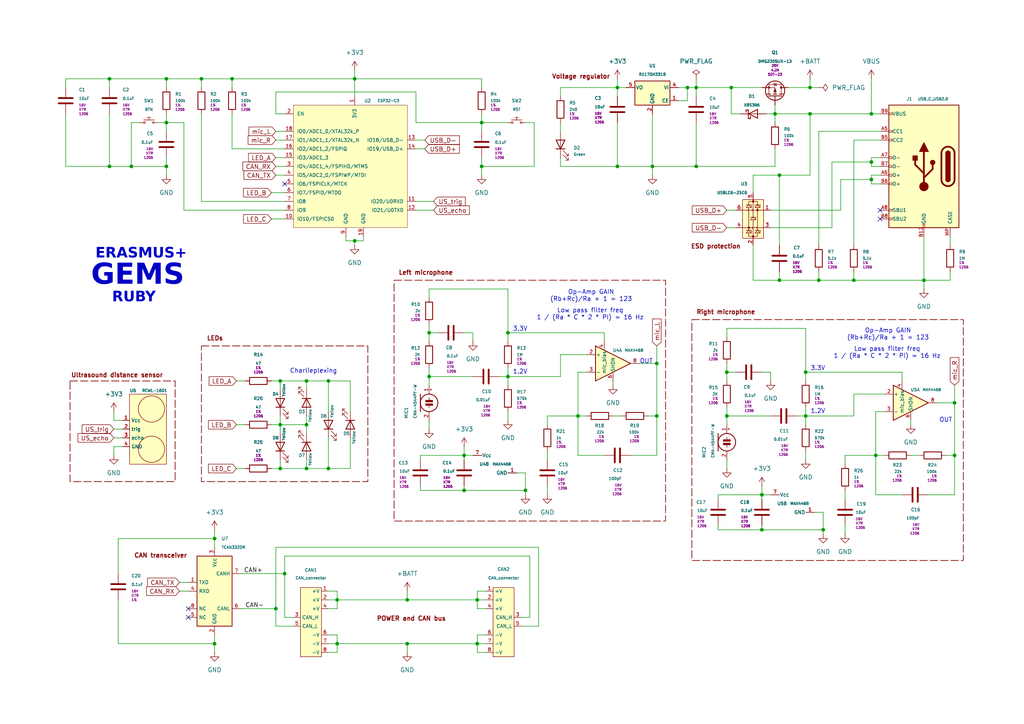
<source format=kicad_sch>
(kicad_sch (version 20231120) (generator "eeschema") (generator_version "8.0")
  (paper "A4")
  (title_block (title "RUBY") (date "2024-03-07") (rev "v0.2") (company "GEMS - Graceful Equalising of Mechatronics Students") (comment 2 "Contact: gasper.skulj@fs.uni-lj.si") (comment 3 "2022-1-SI01-KA220-HED-000087727") (comment 4 "Erasmus+ project KA2: Cooperation partnerships in higher education"))
  (junction (at 134.62 142.24))
  (junction (at 31.75 22.86))
  (junction (at 118.11 173.99))
  (junction (at 179.07 48.26))
  (junction (at 234.95 25.4))
  (junction (at 102.87 69.85))
  (junction (at 81.28 135.89))
  (junction (at 124.46 109.22))
  (junction (at 67.31 22.86))
  (junction (at 201.93 25.4))
  (junction (at 38.1 48.26))
  (junction (at 179.07 25.4))
  (junction (at 97.79 173.99))
  (junction (at 233.68 107.95))
  (junction (at 95.25 135.89))
  (junction (at 201.93 48.26))
  (junction (at 220.98 153.67))
  (junction (at 233.68 120.65))
  (junction (at 252.73 46.99))
  (junction (at 252.73 52.07))
  (junction (at 147.32 109.22))
  (junction (at 138.43 186.69))
  (junction (at 238.76 153.67))
  (junction (at 252.73 33.02))
  (junction (at 88.9 135.89))
  (junction (at 234.95 33.02))
  (junction (at 190.5 120.65))
  (junction (at 210.82 120.65))
  (junction (at 48.26 35.56))
  (junction (at 267.97 81.28))
  (junction (at 247.65 81.28))
  (junction (at 81.28 110.49))
  (junction (at 118.11 186.69))
  (junction (at 139.7 35.56))
  (junction (at 95.25 110.49))
  (junction (at 31.75 48.26))
  (junction (at 254 132.08))
  (junction (at 212.09 25.4))
  (junction (at 199.39 25.4))
  (junction (at 226.06 81.28))
  (junction (at 189.23 48.26))
  (junction (at 210.82 107.95))
  (junction (at 276.86 116.84))
  (junction (at 224.79 33.02))
  (junction (at 139.7 48.26))
  (junction (at 220.98 143.51))
  (junction (at 138.43 173.99))
  (junction (at 62.23 186.69))
  (junction (at 226.06 50.8))
  (junction (at 124.46 96.52))
  (junction (at 88.9 110.49))
  (junction (at 102.87 22.86))
  (junction (at 167.64 120.65))
  (junction (at 237.49 81.28))
  (junction (at 97.79 186.69))
  (junction (at 276.86 132.08))
  (junction (at 80.01 176.53))
  (junction (at 82.55 166.37))
  (junction (at 147.32 96.52))
  (junction (at 152.4 142.24))
  (junction (at 62.23 156.21))
  (junction (at 48.26 48.26))
  (junction (at 88.9 123.19))
  (junction (at 134.62 132.08))
  (junction (at 58.42 22.86))
  (junction (at 48.26 22.86))
  (junction (at 81.28 123.19))
  (junction (at 190.5 105.41))
  (no_connect (at 255.27 60.96))
  (no_connect (at 255.27 63.5))
  (no_connect (at 82.55 53.34))
  (no_connect (at 54.61 179.07))
  (no_connect (at 54.61 176.53))
  (wire (pts (xy 252.73 33.02) (xy 255.27 33.02)))
  (wire (pts (xy 81.28 133.35) (xy 81.28 135.89)))
  (wire (pts (xy 254 143.51) (xy 261.62 143.51)))
  (wire (pts (xy 33.02 129.54) (xy 33.02 132.08)))
  (wire (pts (xy 58.42 33.02) (xy 58.42 58.42)))
  (wire (pts (xy 181.61 25.4) (xy 179.07 25.4)))
  (wire (pts (xy 80.01 158.75) (xy 80.01 176.53)))
  (wire (pts (xy 179.07 35.56) (xy 179.07 48.26)))
  (wire (pts (xy 33.02 124.46) (xy 35.56 124.46)))
  (wire (pts (xy 199.39 25.4) (xy 196.85 25.4)))
  (wire (pts (xy 95.25 186.69) (xy 97.79 186.69)))
  (wire (pts (xy 48.26 35.56) (xy 48.26 33.02)))
  (wire (pts (xy 214.63 33.02) (xy 212.09 33.02)))
  (wire (pts (xy 267.97 68.58) (xy 267.97 81.28)))
  (wire (pts (xy 238.76 154.94) (xy 238.76 153.67)))
  (wire (pts (xy 81.28 135.89) (xy 78.74 135.89)))
  (wire (pts (xy 88.9 123.19) (xy 88.9 125.73)))
  (wire (pts (xy 95.25 110.49) (xy 95.25 119.38)))
  (wire (pts (xy 156.21 181.61) (xy 156.21 158.75)))
  (wire (pts (xy 190.5 132.08) (xy 182.88 132.08)))
  (wire (pts (xy 212.09 25.4) (xy 220.98 25.4)))
  (wire (pts (xy 97.79 173.99) (xy 118.11 173.99)))
  (wire (pts (xy 151.13 179.07) (xy 153.67 179.07)))
  (wire (pts (xy 162.56 35.56) (xy 162.56 38.1)))
  (wire (pts (xy 226.06 81.28) (xy 218.44 81.28)))
  (wire (pts (xy 252.73 52.07) (xy 252.73 53.34)))
  (wire (pts (xy 147.32 109.22) (xy 147.32 111.76)))
  (wire (pts (xy 177.8 120.65) (xy 180.34 120.65)))
  (wire (pts (xy 212.09 25.4) (xy 212.09 33.02)))
  (wire (pts (xy 243.84 52.07) (xy 252.73 52.07)))
  (wire (pts (xy 220.98 144.78) (xy 220.98 143.51)))
  (wire (pts (xy 68.58 123.19) (xy 71.12 123.19)))
  (wire (pts (xy 149.86 137.16) (xy 152.4 137.16)))
  (wire (pts (xy 105.41 69.85) (xy 105.41 68.58)))
  (wire (pts (xy 134.62 142.24) (xy 152.4 142.24)))
  (wire (pts (xy 67.31 25.4) (xy 67.31 22.86)))
  (wire (pts (xy 158.75 123.19) (xy 158.75 120.65)))
  (wire (pts (xy 243.84 60.96) (xy 223.52 60.96)))
  (wire (pts (xy 80.01 38.1) (xy 82.55 38.1)))
  (wire (pts (xy 224.79 48.26) (xy 201.93 48.26)))
  (wire (pts (xy 190.5 100.33) (xy 190.5 105.41)))
  (wire (pts (xy 120.65 60.96) (xy 125.73 60.96)))
  (wire (pts (xy 134.62 133.35) (xy 134.62 132.08)))
  (wire (pts (xy 233.68 120.65) (xy 233.68 123.19)))
  (wire (pts (xy 80.01 40.64) (xy 82.55 40.64)))
  (wire (pts (xy 247.65 114.3) (xy 256.54 114.3)))
  (wire (pts (xy 124.46 83.82) (xy 147.32 83.82)))
  (wire (pts (xy 233.68 107.95) (xy 261.62 107.95)))
  (wire (pts (xy 138.43 189.23) (xy 140.97 189.23)))
  (wire (pts (xy 127 96.52) (xy 124.46 96.52)))
  (wire (pts (xy 233.68 95.25) (xy 233.68 107.95)))
  (wire (pts (xy 139.7 35.56) (xy 147.32 35.56)))
  (wire (pts (xy 19.05 33.02) (xy 19.05 48.26)))
  (wire (pts (xy 101.6 110.49) (xy 101.6 119.38)))
  (wire (pts (xy 19.05 22.86) (xy 31.75 22.86)))
  (wire (pts (xy 31.75 33.02) (xy 31.75 48.26)))
  (wire (pts (xy 134.62 140.97) (xy 134.62 142.24)))
  (wire (pts (xy 124.46 111.76) (xy 124.46 109.22)))
  (wire (pts (xy 124.46 83.82) (xy 124.46 86.36)))
  (wire (pts (xy 170.18 120.65) (xy 167.64 120.65)))
  (wire (pts (xy 158.75 130.81) (xy 158.75 133.35)))
  (wire (pts (xy 264.16 121.92) (xy 264.16 123.19)))
  (wire (pts (xy 222.25 33.02) (xy 224.79 33.02)))
  (wire (pts (xy 95.25 171.45) (xy 97.79 171.45)))
  (wire (pts (xy 147.32 96.52) (xy 147.32 99.06)))
  (wire (pts (xy 134.62 96.52) (xy 137.16 96.52)))
  (wire (pts (xy 208.28 153.67) (xy 220.98 153.67)))
  (wire (pts (xy 158.75 140.97) (xy 158.75 143.51)))
  (wire (pts (xy 139.7 22.86) (xy 139.7 25.4)))
  (wire (pts (xy 218.44 50.8) (xy 218.44 55.88)))
  (wire (pts (xy 147.32 96.52) (xy 175.26 96.52)))
  (wire (pts (xy 102.87 22.86) (xy 139.7 22.86)))
  (wire (pts (xy 68.58 110.49) (xy 71.12 110.49)))
  (wire (pts (xy 220.98 152.4) (xy 220.98 153.67)))
  (wire (pts (xy 67.31 22.86) (xy 58.42 22.86)))
  (wire (pts (xy 140.97 184.15) (xy 138.43 184.15)))
  (wire (pts (xy 210.82 133.35) (xy 210.82 135.89)))
  (wire (pts (xy 224.79 33.02) (xy 224.79 35.56)))
  (wire (pts (xy 82.55 161.29) (xy 153.67 161.29)))
  (wire (pts (xy 88.9 135.89) (xy 88.9 133.35)))
  (wire (pts (xy 252.73 53.34) (xy 255.27 53.34)))
  (wire (pts (xy 62.23 186.69) (xy 62.23 189.23)))
  (wire (pts (xy 118.11 189.23) (xy 118.11 186.69)))
  (wire (pts (xy 201.93 25.4) (xy 199.39 25.4)))
  (wire (pts (xy 147.32 83.82) (xy 147.32 96.52)))
  (wire (pts (xy 147.32 119.38) (xy 147.32 121.92)))
  (wire (pts (xy 97.79 173.99) (xy 95.25 173.99)))
  (wire (pts (xy 237.49 38.1) (xy 237.49 71.12)))
  (wire (pts (xy 252.73 50.8) (xy 252.73 52.07)))
  (wire (pts (xy 82.55 161.29) (xy 82.55 166.37)))
  (wire (pts (xy 38.1 35.56) (xy 38.1 48.26)))
  (wire (pts (xy 102.87 22.86) (xy 102.87 27.94)))
  (wire (pts (xy 80.01 50.8) (xy 82.55 50.8)))
  (wire (pts (xy 245.11 132.08) (xy 254 132.08)))
  (wire (pts (xy 52.07 171.45) (xy 54.61 171.45)))
  (wire (pts (xy 175.26 96.52) (xy 175.26 99.06)))
  (wire (pts (xy 48.26 22.86) (xy 58.42 22.86)))
  (wire (pts (xy 118.11 171.45) (xy 118.11 173.99)))
  (wire (pts (xy 58.42 58.42) (xy 82.55 58.42)))
  (wire (pts (xy 33.02 119.38) (xy 33.02 121.92)))
  (wire (pts (xy 121.92 133.35) (xy 121.92 132.08)))
  (wire (pts (xy 254 132.08) (xy 254 143.51)))
  (wire (pts (xy 238.76 148.59) (xy 238.76 153.67)))
  (wire (pts (xy 118.11 186.69) (xy 138.43 186.69)))
  (wire (pts (xy 80.01 176.53) (xy 80.01 181.61)))
  (wire (pts (xy 124.46 121.92) (xy 124.46 124.46)))
  (wire (pts (xy 34.29 173.99) (xy 34.29 186.69)))
  (wire (pts (xy 147.32 106.68) (xy 147.32 109.22)))
  (wire (pts (xy 120.65 35.56) (xy 139.7 35.56)))
  (wire (pts (xy 82.55 179.07) (xy 85.09 179.07)))
  (wire (pts (xy 62.23 184.15) (xy 62.23 186.69)))
  (wire (pts (xy 177.8 110.49) (xy 177.8 111.76)))
  (wire (pts (xy 234.95 25.4) (xy 237.49 25.4)))
  (wire (pts (xy 53.34 60.96) (xy 53.34 35.56)))
  (wire (pts (xy 81.28 110.49) (xy 88.9 110.49)))
  (wire (pts (xy 208.28 152.4) (xy 208.28 153.67)))
  (wire (pts (xy 162.56 48.26) (xy 179.07 48.26)))
  (wire (pts (xy 210.82 95.25) (xy 233.68 95.25)))
  (wire (pts (xy 271.78 116.84) (xy 276.86 116.84)))
  (wire (pts (xy 80.01 26.67) (xy 120.65 26.67)))
  (wire (pts (xy 31.75 25.4) (xy 31.75 22.86)))
  (wire (pts (xy 276.86 132.08) (xy 276.86 143.51)))
  (wire (pts (xy 95.25 127) (xy 95.25 135.89)))
  (wire (pts (xy 245.11 134.62) (xy 245.11 132.08)))
  (wire (pts (xy 69.85 166.37) (xy 82.55 166.37)))
  (wire (pts (xy 121.92 140.97) (xy 121.92 142.24)))
  (wire (pts (xy 190.5 105.41) (xy 190.5 120.65)))
  (wire (pts (xy 34.29 156.21) (xy 34.29 166.37)))
  (wire (pts (xy 19.05 25.4) (xy 19.05 22.86)))
  (wire (pts (xy 162.56 109.22) (xy 147.32 109.22)))
  (wire (pts (xy 224.79 30.48) (xy 224.79 33.02)))
  (wire (pts (xy 139.7 45.72) (xy 139.7 48.26)))
  (wire (pts (xy 97.79 186.69) (xy 118.11 186.69)))
  (wire (pts (xy 234.95 33.02) (xy 252.73 33.02)))
  (wire (pts (xy 95.25 176.53) (xy 97.79 176.53)))
  (wire (pts (xy 102.87 22.86) (xy 67.31 22.86)))
  (wire (pts (xy 102.87 20.32) (xy 102.87 22.86)))
  (wire (pts (xy 247.65 81.28) (xy 267.97 81.28)))
  (wire (pts (xy 48.26 45.72) (xy 48.26 48.26)))
  (wire (pts (xy 167.64 107.95) (xy 170.18 107.95)))
  (wire (pts (xy 48.26 35.56) (xy 48.26 38.1)))
  (wire (pts (xy 152.4 137.16) (xy 152.4 142.24)))
  (wire (pts (xy 208.28 144.78) (xy 208.28 143.51)))
  (wire (pts (xy 78.74 55.88) (xy 82.55 55.88)))
  (wire (pts (xy 58.42 25.4) (xy 58.42 22.86)))
  (wire (pts (xy 139.7 35.56) (xy 139.7 38.1)))
  (wire (pts (xy 185.42 105.41) (xy 190.5 105.41)))
  (wire (pts (xy 237.49 78.74) (xy 237.49 81.28)))
  (wire (pts (xy 97.79 176.53) (xy 97.79 173.99)))
  (wire (pts (xy 138.43 171.45) (xy 138.43 173.99)))
  (wire (pts (xy 62.23 156.21) (xy 62.23 158.75)))
  (wire (pts (xy 62.23 153.67) (xy 62.23 156.21)))
  (wire (pts (xy 102.87 69.85) (xy 102.87 71.12)))
  (wire (pts (xy 167.64 107.95) (xy 167.64 120.65)))
  (wire (pts (xy 226.06 50.8) (xy 226.06 71.12)))
  (wire (pts (xy 210.82 118.11) (xy 210.82 120.65)))
  (wire (pts (xy 201.93 22.86) (xy 201.93 25.4)))
  (wire (pts (xy 137.16 96.52) (xy 137.16 99.06)))
  (wire (pts (xy 140.97 173.99) (xy 138.43 173.99)))
  (wire (pts (xy 261.62 110.49) (xy 261.62 107.95)))
  (wire (pts (xy 254 119.38) (xy 254 132.08)))
  (wire (pts (xy 189.23 48.26) (xy 201.93 48.26)))
  (wire (pts (xy 231.14 120.65) (xy 233.68 120.65)))
  (wire (pts (xy 34.29 156.21) (xy 62.23 156.21)))
  (wire (pts (xy 82.55 166.37) (xy 82.55 179.07)))
  (wire (pts (xy 189.23 48.26) (xy 179.07 48.26)))
  (wire (pts (xy 78.74 110.49) (xy 81.28 110.49)))
  (wire (pts (xy 201.93 25.4) (xy 212.09 25.4)))
  (wire (pts (xy 82.55 60.96) (xy 53.34 60.96)))
  (wire (pts (xy 201.93 35.56) (xy 201.93 48.26)))
  (wire (pts (xy 228.6 25.4) (xy 234.95 25.4)))
  (wire (pts (xy 139.7 48.26) (xy 139.7 50.8)))
  (wire (pts (xy 120.65 58.42) (xy 125.73 58.42)))
  (wire (pts (xy 226.06 78.74) (xy 226.06 81.28)))
  (wire (pts (xy 252.73 45.72) (xy 255.27 45.72)))
  (wire (pts (xy 256.54 132.08) (xy 254 132.08)))
  (wire (pts (xy 140.97 171.45) (xy 138.43 171.45)))
  (wire (pts (xy 68.58 135.89) (xy 71.12 135.89)))
  (wire (pts (xy 138.43 176.53) (xy 140.97 176.53)))
  (wire (pts (xy 88.9 110.49) (xy 88.9 113.03)))
  (wire (pts (xy 267.97 81.28) (xy 275.59 81.28)))
  (wire (pts (xy 220.98 107.95) (xy 223.52 107.95)))
  (wire (pts (xy 254 119.38) (xy 256.54 119.38)))
  (wire (pts (xy 124.46 109.22) (xy 137.16 109.22)))
  (wire (pts (xy 80.01 33.02) (xy 80.01 26.67)))
  (wire (pts (xy 252.73 22.86) (xy 252.73 33.02)))
  (wire (pts (xy 100.33 69.85) (xy 102.87 69.85)))
  (wire (pts (xy 187.96 120.65) (xy 190.5 120.65)))
  (wire (pts (xy 245.11 142.24) (xy 245.11 144.78)))
  (wire (pts (xy 255.27 48.26) (xy 252.73 48.26)))
  (wire (pts (xy 210.82 123.19) (xy 210.82 120.65)))
  (wire (pts (xy 134.62 129.54) (xy 134.62 132.08)))
  (wire (pts (xy 226.06 81.28) (xy 237.49 81.28)))
  (wire (pts (xy 241.3 46.99) (xy 241.3 66.04)))
  (wire (pts (xy 210.82 95.25) (xy 210.82 97.79)))
  (wire (pts (xy 97.79 186.69) (xy 97.79 189.23)))
  (wire (pts (xy 101.6 127) (xy 101.6 135.89)))
  (wire (pts (xy 190.5 120.65) (xy 190.5 132.08)))
  (wire (pts (xy 247.65 120.65) (xy 233.68 120.65)))
  (wire (pts (xy 252.73 46.99) (xy 252.73 45.72)))
  (wire (pts (xy 179.07 25.4) (xy 179.07 27.94)))
  (wire (pts (xy 139.7 35.56) (xy 139.7 33.02)))
  (wire (pts (xy 81.28 123.19) (xy 81.28 125.73)))
  (wire (pts (xy 121.92 132.08) (xy 134.62 132.08)))
  (wire (pts (xy 33.02 129.54) (xy 35.56 129.54)))
  (wire (pts (xy 247.65 40.64) (xy 255.27 40.64)))
  (wire (pts (xy 234.95 25.4) (xy 234.95 22.86)))
  (wire (pts (xy 81.28 110.49) (xy 81.28 113.03)))
  (wire (pts (xy 224.79 43.18) (xy 224.79 48.26)))
  (wire (pts (xy 100.33 68.58) (xy 100.33 69.85)))
  (wire (pts (xy 40.64 35.56) (xy 38.1 35.56)))
  (wire (pts (xy 224.79 33.02) (xy 234.95 33.02)))
  (wire (pts (xy 162.56 102.87) (xy 162.56 109.22)))
  (wire (pts (xy 118.11 173.99) (xy 138.43 173.99)))
  (wire (pts (xy 121.92 142.24) (xy 134.62 142.24)))
  (wire (pts (xy 218.44 81.28) (xy 218.44 71.12)))
  (wire (pts (xy 151.13 181.61) (xy 156.21 181.61)))
  (wire (pts (xy 134.62 132.08) (xy 137.16 132.08)))
  (wire (pts (xy 53.34 35.56) (xy 48.26 35.56)))
  (wire (pts (xy 264.16 132.08) (xy 266.7 132.08)))
  (wire (pts (xy 220.98 143.51) (xy 223.52 143.51)))
  (wire (pts (xy 275.59 68.58) (xy 275.59 71.12)))
  (wire (pts (xy 81.28 135.89) (xy 88.9 135.89)))
  (wire (pts (xy 167.64 120.65) (xy 167.64 132.08)))
  (wire (pts (xy 152.4 35.56) (xy 154.94 35.56)))
  (wire (pts (xy 213.36 107.95) (xy 210.82 107.95)))
  (wire (pts (xy 223.52 107.95) (xy 223.52 110.49)))
  (wire (pts (xy 210.82 60.96) (xy 213.36 60.96)))
  (wire (pts (xy 82.55 33.02) (xy 80.01 33.02)))
  (wire (pts (xy 67.31 43.18) (xy 82.55 43.18)))
  (wire (pts (xy 120.65 43.18) (xy 123.19 43.18)))
  (wire (pts (xy 120.65 40.64) (xy 123.19 40.64)))
  (wire (pts (xy 97.79 184.15) (xy 97.79 186.69)))
  (wire (pts (xy 154.94 35.56) (xy 154.94 48.26)))
  (wire (pts (xy 237.49 81.28) (xy 247.65 81.28)))
  (wire (pts (xy 88.9 110.49) (xy 95.25 110.49)))
  (wire (pts (xy 226.06 50.8) (xy 218.44 50.8)))
  (wire (pts (xy 233.68 118.11) (xy 233.68 120.65)))
  (wire (pts (xy 274.32 132.08) (xy 276.86 132.08)))
  (wire (pts (xy 81.28 120.65) (xy 81.28 123.19)))
  (wire (pts (xy 276.86 111.76) (xy 276.86 116.84)))
  (wire (pts (xy 247.65 40.64) (xy 247.65 71.12)))
  (wire (pts (xy 236.22 148.59) (xy 238.76 148.59)))
  (wire (pts (xy 210.82 120.65) (xy 223.52 120.65)))
  (wire (pts (xy 241.3 46.99) (xy 252.73 46.99)))
  (wire (pts (xy 120.65 26.67) (xy 120.65 35.56)))
  (wire (pts (xy 220.98 153.67) (xy 238.76 153.67)))
  (wire (pts (xy 201.93 27.94) (xy 201.93 25.4)))
  (wire (pts (xy 234.95 33.02) (xy 234.95 50.8)))
  (wire (pts (xy 162.56 45.72) (xy 162.56 48.26)))
  (wire (pts (xy 138.43 184.15) (xy 138.43 186.69)))
  (wire (pts (xy 48.26 22.86) (xy 48.26 25.4)))
  (wire (pts (xy 102.87 69.85) (xy 105.41 69.85)))
  (wire (pts (xy 33.02 127) (xy 35.56 127)))
  (wire (pts (xy 31.75 48.26) (xy 38.1 48.26)))
  (wire (pts (xy 95.25 184.15) (xy 97.79 184.15)))
  (wire (pts (xy 97.79 171.45) (xy 97.79 173.99)))
  (wire (pts (xy 252.73 48.26) (xy 252.73 46.99)))
  (wire (pts (xy 52.07 168.91) (xy 54.61 168.91)))
  (wire (pts (xy 78.74 63.5) (xy 82.55 63.5)))
  (wire (pts (xy 189.23 33.02) (xy 189.23 48.26)))
  (wire (pts (xy 276.86 116.84) (xy 276.86 132.08)))
  (wire (pts (xy 34.29 186.69) (xy 62.23 186.69)))
  (wire (pts (xy 19.05 48.26) (xy 31.75 48.26)))
  (wire (pts (xy 179.07 22.86) (xy 179.07 25.4)))
  (wire (pts (xy 247.65 114.3) (xy 247.65 120.65)))
  (wire (pts (xy 67.31 33.02) (xy 67.31 43.18)))
  (wire (pts (xy 226.06 50.8) (xy 234.95 50.8)))
  (wire (pts (xy 124.46 96.52) (xy 124.46 99.06)))
  (wire (pts (xy 78.74 123.19) (xy 81.28 123.19)))
  (wire (pts (xy 162.56 25.4) (xy 162.56 27.94)))
  (wire (pts (xy 144.78 109.22) (xy 147.32 109.22)))
  (wire (pts (xy 243.84 52.07) (xy 243.84 60.96)))
  (wire (pts (xy 33.02 121.92) (xy 35.56 121.92)))
  (wire (pts (xy 95.25 189.23) (xy 97.79 189.23)))
  (wire (pts (xy 80.01 48.26) (xy 82.55 48.26)))
  (wire (pts (xy 247.65 81.28) (xy 247.65 78.74)))
  (wire (pts (xy 199.39 25.4) (xy 199.39 29.21)))
  (wire (pts (xy 95.25 135.89) (xy 101.6 135.89)))
  (wire (pts (xy 69.85 176.53) (xy 80.01 176.53)))
  (wire (pts (xy 138.43 173.99) (xy 138.43 176.53)))
  (wire (pts (xy 199.39 29.21) (xy 196.85 29.21)))
  (wire (pts (xy 210.82 105.41) (xy 210.82 107.95)))
  (wire (pts (xy 255.27 50.8) (xy 252.73 50.8)))
  (wire (pts (xy 38.1 48.26) (xy 48.26 48.26)))
  (wire (pts (xy 81.28 123.19) (xy 88.9 123.19)))
  (wire (pts (xy 245.11 152.4) (xy 245.11 154.94)))
  (wire (pts (xy 80.01 45.72) (xy 82.55 45.72)))
  (wire (pts (xy 179.07 25.4) (xy 162.56 25.4)))
  (wire (pts (xy 80.01 181.61) (xy 85.09 181.61)))
  (wire (pts (xy 189.23 48.26) (xy 189.23 50.8)))
  (wire (pts (xy 48.26 48.26) (xy 48.26 50.8)))
  (wire (pts (xy 154.94 48.26) (xy 139.7 48.26)))
  (wire (pts (xy 237.49 38.1) (xy 255.27 38.1)))
  (wire (pts (xy 152.4 143.51) (xy 152.4 142.24)))
  (wire (pts (xy 210.82 66.04) (xy 213.36 66.04)))
  (wire (pts (xy 233.68 107.95) (xy 233.68 110.49)))
  (wire (pts (xy 241.3 66.04) (xy 223.52 66.04)))
  (wire (pts (xy 233.68 130.81) (xy 233.68 133.35)))
  (wire (pts (xy 88.9 120.65) (xy 88.9 123.19)))
  (wire (pts (xy 95.25 135.89) (xy 88.9 135.89)))
  (wire (pts (xy 153.67 161.29) (xy 153.67 179.07)))
  (wire (pts (xy 170.18 102.87) (xy 162.56 102.87)))
  (wire (pts (xy 208.28 143.51) (xy 220.98 143.51)))
  (wire (pts (xy 267.97 81.28) (xy 267.97 83.82)))
  (wire (pts (xy 138.43 186.69) (xy 140.97 186.69)))
  (wire (pts (xy 31.75 22.86) (xy 48.26 22.86)))
  (wire (pts (xy 138.43 186.69) (xy 138.43 189.23)))
  (wire (pts (xy 220.98 140.97) (xy 220.98 143.51)))
  (wire (pts (xy 95.25 110.49) (xy 101.6 110.49)))
  (wire (pts (xy 275.59 78.74) (xy 275.59 81.28)))
  (wire (pts (xy 45.72 35.56) (xy 48.26 35.56)))
  (wire (pts (xy 276.86 143.51) (xy 269.24 143.51)))
  (wire (pts (xy 167.64 132.08) (xy 175.26 132.08)))
  (wire (pts (xy 124.46 93.98) (xy 124.46 96.52)))
  (wire (pts (xy 158.75 120.65) (xy 167.64 120.65)))
  (wire (pts (xy 210.82 107.95) (xy 210.82 110.49)))
  (wire (pts (xy 124.46 106.68) (xy 124.46 109.22)))
  (wire (pts (xy 80.01 158.75) (xy 156.21 158.75)))
  (rectangle (start 20.32 110.49) (end 50.8 139.7) (stroke (width 0.2) (type dash) (color 132 0 0 1)))
  (rectangle (start 58.42 100.33) (end 106.68 139.7) (stroke (width 0.2) (type dash) (color 132 0 0 1)))
  (rectangle (start 200.66 92.71) (end 279.4 162.56) (stroke (width 0.2) (type dash) (color 132 0 0 1)))
  (rectangle (start 114.3 81.28) (end 193.04 151.13) (stroke (width 0.2) (type dash) (color 132 0 0 1)))
  (text "Right microphone" (at 201.93 91.44 0) (effects (font (size 1.27 1.27) (thickness 0.254) (bold yes)) (justify left bottom)))
  (text "ESD protection\n" (at 214.884 72.39 0) (effects (font (size 1.27 1.27) (thickness 0.254) (bold yes)) (justify right bottom)))
  (text "3.3V" (at 237.236 106.934 0) (effects (font (size 1.27 1.27))))
  (text "OUT" (at 274.32 121.92 0) (effects (font (size 1.27 1.27))))
  (text "1.2V" (at 150.876 107.95 0) (effects (font (size 1.27 1.27))))
  (text "CAN transceiver" (at 38.862 162.052 0) (effects (font (size 1.27 1.27) (thickness 0.254) (bold yes)) (justify left bottom)))
  (text "Low pass filter freq\n1 / (Ra * C * 2 * PI) = 16 Hz" (at 171.196 91.186 0) (effects (font (size 1.27 1.27))))
  (text "Ultrasound distance sensor" (at 20.574 109.728 0) (effects (font (size 1.27 1.27) (thickness 0.254) (bold yes)) (justify left bottom)))
  (text "ERASMUS+" (at 27.686 76.2 0) (effects (font (size 3 3) (thickness 0.254) (bold yes)) (justify left bottom)))
  (text "Left microphone" (at 115.57 80.01 0) (effects (font (size 1.27 1.27) (thickness 0.254) (bold yes)) (justify left bottom)))
  (text "POWER and CAN bus" (at 109.22 180.34 0) (effects (font (size 1.27 1.27) (thickness 0.254) (bold yes)) (justify left bottom)))
  (text "RUBY" (at 32.512 88.9 0) (effects (font (size 3 3) (thickness 0.254) (bold yes)) (justify left bottom)))
  (text "GEMS" (at 26.416 85.09 0) (effects (font (size 6 6) (bold yes)) (justify left bottom)))
  (text "Op-Amp GAIN\n(Rb+Rc)/Ra + 1 = 123" (at 257.556 97.028 0) (effects (font (size 1.27 1.27))))
  (text "Op-Amp GAIN\n(Rb+Rc)/Ra + 1 = 123" (at 171.45 85.852 0) (effects (font (size 1.27 1.27))))
  (text "3.3V" (at 150.876 95.504 0) (effects (font (size 1.27 1.27))))
  (text "OUT" (at 187.452 104.902 0) (effects (font (size 1.27 1.27))))
  (text "Voltage regulator" (at 160.02 23.114 0) (effects (font (size 1.27 1.27) (thickness 0.254) (bold yes)) (justify left bottom)))
  (text "LEDs" (at 59.944 99.06 0) (effects (font (size 1.27 1.27) (thickness 0.254) (bold yes)) (justify left bottom)))
  (text "Charlieplexing" (at 90.932 107.696 0) (effects (font (size 1.27 1.27))))
  (text "Low pass filter freq\n1 / (Ra * C * 2 * PI) = 16 Hz" (at 257.302 102.362 0) (effects (font (size 1.27 1.27))))
  (text "1.2V" (at 237.236 119.38 0) (effects (font (size 1.27 1.27))))
  (label "CAN+" (at 76.2 166.37 180))
  (label "CAN-" (at 71.12 176.53 0))
  (global_label "US_trig" (shape input) (at 33.02 124.46 180) (property "Intersheetrefs" "${INTERSHEET_REFS}" (effects (hide yes))))
  (global_label "USB_D-" (shape input) (at 123.19 40.64 0) (property "Intersheetrefs" "${INTERSHEET_REFS}" (effects (hide yes))))
  (global_label "LED_B" (shape input) (at 78.74 55.88 180) (property "Intersheetrefs" "${INTERSHEET_REFS}" (effects (hide yes))))
  (global_label "mic_R" (shape input) (at 80.01 40.64 180) (property "Intersheetrefs" "${INTERSHEET_REFS}" (effects (hide yes))))
  (global_label "LED_C" (shape input) (at 68.58 135.89 180) (property "Intersheetrefs" "${INTERSHEET_REFS}" (effects (hide yes))))
  (global_label "mic_R" (shape input) (at 276.86 111.76 90) (property "Intersheetrefs" "${INTERSHEET_REFS}" (effects (hide yes))))
  (global_label "LED_C" (shape input) (at 78.74 63.5 180) (property "Intersheetrefs" "${INTERSHEET_REFS}" (effects (hide yes))))
  (global_label "US_echo" (shape input) (at 125.73 60.96 0) (property "Intersheetrefs" "${INTERSHEET_REFS}" (effects (hide yes))))
  (global_label "CAN_RX" (shape input) (at 52.07 171.45 180) (property "Intersheetrefs" "${INTERSHEET_REFS}" (effects (hide yes))))
  (global_label "CAN_TX" (shape input) (at 80.01 50.8 180) (property "Intersheetrefs" "${INTERSHEET_REFS}" (effects (hide yes))))
  (global_label "US_trig" (shape input) (at 125.73 58.42 0) (property "Intersheetrefs" "${INTERSHEET_REFS}" (effects (hide yes))))
  (global_label "LED_B" (shape input) (at 68.58 123.19 180) (property "Intersheetrefs" "${INTERSHEET_REFS}" (effects (hide yes))))
  (global_label "LED_A" (shape input) (at 80.01 45.72 180) (property "Intersheetrefs" "${INTERSHEET_REFS}" (effects (hide yes))))
  (global_label "mic_L" (shape input) (at 80.01 38.1 180) (property "Intersheetrefs" "${INTERSHEET_REFS}" (effects (hide yes))))
  (global_label "USB_D+" (shape input) (at 210.82 60.96 180) (property "Intersheetrefs" "${INTERSHEET_REFS}" (effects (hide yes))))
  (global_label "USB_D-" (shape input) (at 210.82 66.04 180) (property "Intersheetrefs" "${INTERSHEET_REFS}" (effects (hide yes))))
  (global_label "LED_A" (shape input) (at 68.58 110.49 180) (property "Intersheetrefs" "${INTERSHEET_REFS}" (effects (hide yes))))
  (global_label "CAN_RX" (shape input) (at 80.01 48.26 180) (property "Intersheetrefs" "${INTERSHEET_REFS}" (effects (hide yes))))
  (global_label "CAN_TX" (shape input) (at 52.07 168.91 180) (property "Intersheetrefs" "${INTERSHEET_REFS}" (effects (hide yes))))
  (global_label "US_echo" (shape input) (at 33.02 127 180) (property "Intersheetrefs" "${INTERSHEET_REFS}" (effects (hide yes))))
  (global_label "USB_D+" (shape input) (at 123.19 43.18 0) (property "Intersheetrefs" "${INTERSHEET_REFS}" (effects (hide yes))))
  (global_label "mic_L" (shape input) (at 190.5 100.33 90) (property "Intersheetrefs" "${INTERSHEET_REFS}" (effects (hide yes))))
  (symbol (lib_id "GEMS_Library:Capacitor") (at 130.81 96.52 270) (mirror x) (unit 1)
    (property "Reference" "C8" (at 129.286 100.838 90) (effects (font (size 0.9 0.9)) (justify left)))
    (property "Value" "0.1uF" (at 129.54 103.251 90) (effects (font (size 0.8 0.8)) (justify left)))
    (property "Footprint" "GEMS_Library:C_1206_(3216)" (effects (hide yes)))
    (property "Description" "Unpolarized capacitor" (effects (hide yes)))
    (property "Voltage" "16V" (at 129.54 105.156 90) (effects (font (size 0.7 0.7)) (justify left)))
    (property "Tolerance" "X7R" (at 129.54 106.426 90) (effects (font (size 0.7 0.7)) (justify left)))
    (property "Case" "1206" (at 129.54 107.696 90) (effects (font (size 0.7 0.7)) (justify left)))
  )
  (symbol (lib_id "GEMS_Library:SW_Push_NO") (at 43.18 35.56 0) (unit 1)
    (property "Reference" "SW1" (at 43.18 29.21 0) (effects (font (size 0.9 0.9))))
    (property "Value" "BTN" (at 43.18 31.75 0) (effects (font (size 0.8 0.8))))
    (property "Footprint" "GEMS_Library:SW_PUSH_6mm_SMD" (effects (hide yes)))
    (property "Datasheet" "https://www.ckswitches.com/media/1471/pts645.pdf" (effects (hide yes)))
    (property "Description" "Push button switch, generic, two pins" (effects (hide yes)))
  )
  (symbol (lib_id "GEMS_Library:Capacitor") (at 208.28 148.59 0) (mirror x) (unit 1)
    (property "Reference" "C17" (at 201.93 145.669 0) (effects (font (size 0.9 0.9)) (justify left)))
    (property "Value" "10uF" (at 202.184 148.082 0) (effects (font (size 0.8 0.8)) (justify left)))
    (property "Footprint" "GEMS_Library:C_1206_(3216)" (effects (hide yes)))
    (property "Description" "Unpolarized capacitor" (effects (hide yes)))
    (property "Voltage" "16V" (at 202.184 149.987 0) (effects (font (size 0.7 0.7)) (justify left)))
    (property "Tolerance" "X7R" (at 202.184 151.257 0) (effects (font (size 0.7 0.7)) (justify left)))
    (property "Case" "1206" (at 202.184 152.527 0) (effects (font (size 0.7 0.7)) (justify left)))
  )
  (symbol (lib_id "GEMS_Library:Resistor") (at 74.93 135.89 90) (unit 1)
    (property "Reference" "R25" (at 74.93 128.27 90) (effects (font (size 0.889 0.889))))
    (property "Value" "47" (at 74.93 130.81 90) (effects (font (size 0.7874 0.7874))))
    (property "Footprint" "GEMS_Library:R_1206_(3216)" (effects (hide yes)))
    (property "Description" "Resistor" (effects (hide yes)))
    (property "Tolerance" "1%" (at 74.93 132.08 90) (effects (font (size 0.7112 0.7112))))
    (property "Case" "1206" (at 74.93 133.35 90) (effects (font (size 0.7112 0.7112))))
  )
  (symbol (lib_id "GEMS_Library:Capacitor") (at 48.26 41.91 0) (mirror y) (unit 1)
    (property "Reference" "C5" (at 44.45 38.735 0) (effects (font (size 0.9 0.9)) (justify left)))
    (property "Value" "0.1uF" (at 44.45 41.275 0) (effects (font (size 0.8 0.8)) (justify left)))
    (property "Footprint" "GEMS_Library:C_1206_(3216)" (effects (hide yes)))
    (property "Description" "Unpolarized capacitor" (effects (hide yes)))
    (property "Voltage" "16V" (at 44.45 43.18 0) (effects (font (size 0.7 0.7)) (justify left)))
    (property "Tolerance" "X7R" (at 44.45 44.45 0) (effects (font (size 0.7 0.7)) (justify left)))
    (property "Case" "1206" (at 44.45 45.72 0) (effects (font (size 0.7 0.7)) (justify left)))
  )
  (symbol (lib_id "GEMS_Library:Capacitor") (at 220.98 148.59 0) (mirror x) (unit 1)
    (property "Reference" "C18" (at 214.63 145.669 0) (effects (font (size 0.9 0.9)) (justify left)))
    (property "Value" "0.1uF" (at 214.884 148.082 0) (effects (font (size 0.8 0.8)) (justify left)))
    (property "Footprint" "GEMS_Library:C_1206_(3216)" (effects (hide yes)))
    (property "Description" "Unpolarized capacitor" (effects (hide yes)))
    (property "Voltage" "16V" (at 214.884 149.987 0) (effects (font (size 0.7 0.7)) (justify left)))
    (property "Tolerance" "X7R" (at 214.884 151.257 0) (effects (font (size 0.7 0.7)) (justify left)))
    (property "Case" "1206" (at 214.884 152.527 0) (effects (font (size 0.7 0.7)) (justify left)))
  )
  (symbol (lib_id "power:GND") (at 124.46 124.46 0) (mirror y) (unit 1)
    (property "Reference" "#PWR016" (effects (hide yes)))
    (property "Value" "GND" (at 124.46 129.54 0))
    (property "Description" "Power symbol creates a global label with name \"GND\" , ground" (effects (hide yes)))
  )
  (symbol (lib_id "power:PWR_FLAG") (at 237.49 25.4 270) (unit 1)
    (property "Reference" "#FLG02" (effects (hide yes)))
    (property "Value" "PWR_FLAG" (at 241.3 25.3999 90) (effects (justify left)))
    (property "Description" "Special symbol for telling ERC where power comes from" (effects (hide yes)))
  )
  (symbol (lib_id "GEMS_Library:LED") (at 88.9 115.57 270) (unit 1)
    (property "Reference" "D3" (at 86.614 119.38 90) (effects (font (size 0.889 0.889)) (justify left)))
    (property "Value" "Yellow" (at 89.916 118.618 0) (effects (font (size 0.7874 0.7874)) (justify left)))
    (property "Footprint" "GEMS_Library:LED_D3.0mm" (effects (hide yes)))
    (property "Description" "Light emitting diode" (effects (hide yes)))
  )
  (symbol (lib_id "GEMS_Library:DMG2305UX-13") (at 224.79 27.94 90) (unit 1)
    (property "Reference" "Q1" (at 224.79 15.24 90) (effects (font (size 0.9 0.9))))
    (property "Value" "DMG2305UX-13" (at 224.79 17.78 90) (effects (font (size 0.8 0.8))))
    (property "Footprint" "GEMS_Library:SOT-23" (effects (hide yes)))
    (property "Datasheet" "https://www.diodes.com/assets/Datasheets/DMG2305UX.pdf" (effects (hide yes)))
    (property "Description" "P-MOSFET transistor, gate/source/drain" (effects (hide yes)))
    (property "Voltage" "20V" (at 224.79 19.05 90) (effects (font (size 0.7 0.7))))
    (property "Current" "4.2A" (at 224.79 20.32 90) (effects (font (size 0.7 0.7))))
    (property "Case" "SOT-23" (at 224.79 21.59 90) (effects (font (size 0.7 0.7))))
    (property "Suplier1" "Mouser" (effects (hide yes)))
    (property "Suplier1 no." "621-DMG2305UX-13" (effects (hide yes)))
  )
  (symbol (lib_id "GEMS_Library:Capacitor") (at 245.11 148.59 0) (unit 1)
    (property "Reference" "C19" (at 248.412 146.177 0) (effects (font (size 0.9 0.9)) (justify left)))
    (property "Value" "10uF" (at 248.158 148.59 0) (effects (font (size 0.8 0.8)) (justify left)))
    (property "Footprint" "GEMS_Library:C_1206_(3216)" (effects (hide yes)))
    (property "Description" "Unpolarized capacitor" (effects (hide yes)))
    (property "Voltage" "16V" (at 248.158 150.495 0) (effects (font (size 0.7 0.7)) (justify left)))
    (property "Tolerance" "X7R" (at 248.158 151.765 0) (effects (font (size 0.7 0.7)) (justify left)))
    (property "Case" "1206" (at 248.158 153.035 0) (effects (font (size 0.7 0.7)) (justify left)))
  )
  (symbol (lib_id "GEMS_Library:Resistor") (at 210.82 114.3 0) (mirror y) (unit 1)
    (property "Reference" "R15" (at 208.28 112.395 0) (effects (font (size 0.889 0.889)) (justify left)))
    (property "Value" "2K" (at 208.28 114.3 0) (effects (font (size 0.7874 0.7874)) (justify left)))
    (property "Footprint" "GEMS_Library:R_1206_(3216)" (effects (hide yes)))
    (property "Description" "Resistor" (effects (hide yes)))
    (property "Tolerance" "1%" (at 208.28 115.5699 0) (effects (font (size 0.7112 0.7112)) (justify left)))
    (property "Case" "1206" (at 208.28 116.8399 0) (effects (font (size 0.7112 0.7112)) (justify left)))
  )
  (symbol (lib_id "GEMS_Library:XBS306") (at 217.17 33.02 0) (unit 1)
    (property "Reference" "D1" (at 218.059 27.94 0) (effects (font (size 0.889 0.889))))
    (property "Value" "XBS306" (at 218.059 30.48 0) (effects (font (size 0.7874 0.7874))))
    (property "Footprint" "GEMS_Library:DO-214_(SMA)" (effects (hide yes)))
    (property "Datasheet" "https://www.farnell.com/datasheets/3118332.pdf" (effects (hide yes)))
    (property "Description" "Rectifier diode" (effects (hide yes)))
    (property "Voltage" "60V" (effects (hide yes)))
    (property "Current" "3A" (effects (hide yes)))
    (property "Suplier1" "Mouser" (effects (hide yes)))
    (property "Suplier1 no." "865-XBS306S19R-G" (effects (hide yes)))
  )
  (symbol (lib_id "GEMS_Library:Resistor") (at 184.15 120.65 90) (unit 1)
    (property "Reference" "R19" (at 185.42 123.444 90) (effects (font (size 0.889 0.889)) (justify left)))
    (property "Value" "100k" (at 185.42 125.349 90) (effects (font (size 0.7874 0.7874)) (justify left)))
    (property "Footprint" "GEMS_Library:R_1206_(3216)" (effects (hide yes)))
    (property "Description" "Resistor" (effects (hide yes)))
    (property "Tolerance" "1%" (at 185.42 126.6189 90) (effects (font (size 0.7112 0.7112)) (justify left)))
    (property "Case" "1206" (at 185.42 127.8889 90) (effects (font (size 0.7112 0.7112)) (justify left)))
  )
  (symbol (lib_id "GEMS_Library:Resistor") (at 58.42 29.21 0) (unit 1)
    (property "Reference" "R2" (at 60.96 27.305 0) (effects (font (size 0.889 0.889)) (justify left)))
    (property "Value" "100k" (at 60.96 29.21 0) (effects (font (size 0.7874 0.7874)) (justify left)))
    (property "Footprint" "GEMS_Library:R_1206_(3216)" (effects (hide yes)))
    (property "Description" "Resistor" (effects (hide yes)))
    (property "Tolerance" "1%" (at 60.96 30.4799 0) (effects (font (size 0.7112 0.7112)) (justify left)))
    (property "Case" "1206" (at 60.96 31.7499 0) (effects (font (size 0.7112 0.7112)) (justify left)))
  )
  (symbol (lib_id "GEMS_Library:Resistor") (at 158.75 127 0) (unit 1)
    (property "Reference" "R21" (at 161.29 125.095 0) (effects (font (size 0.889 0.889)) (justify left)))
    (property "Value" "1k" (at 161.29 127 0) (effects (font (size 0.7874 0.7874)) (justify left)))
    (property "Footprint" "GEMS_Library:R_1206_(3216)" (effects (hide yes)))
    (property "Description" "Resistor" (effects (hide yes)))
    (property "Tolerance" "1%" (at 161.29 128.2699 0) (effects (font (size 0.7112 0.7112)) (justify left)))
    (property "Case" "1206" (at 161.29 129.5399 0) (effects (font (size 0.7112 0.7112)) (justify left)))
  )
  (symbol (lib_id "GEMS_Library:Resistor") (at 74.93 110.49 90) (unit 1)
    (property "Reference" "R14" (at 74.93 102.87 90) (effects (font (size 0.889 0.889))))
    (property "Value" "47" (at 74.93 105.41 90) (effects (font (size 0.7874 0.7874))))
    (property "Footprint" "GEMS_Library:R_1206_(3216)" (effects (hide yes)))
    (property "Description" "Resistor" (effects (hide yes)))
    (property "Tolerance" "1%" (at 74.93 106.68 90) (effects (font (size 0.7112 0.7112))))
    (property "Case" "1206" (at 74.93 107.95 90) (effects (font (size 0.7112 0.7112))))
  )
  (symbol (lib_id "GEMS_Library:USB_C_USB2.0") (at 267.97 48.26 0) (mirror y) (unit 1)
    (property "Reference" "J1" (at 262.89 28.702 0) (effects (font (size 0.9 0.9)) (justify right)))
    (property "Value" "USB_C_USB2.0" (at 266.192 28.702 0) (effects (font (size 0.8 0.8)) (justify right)))
    (property "Footprint" "GEMS_Library:USB-C_MOLEX-216990-0001" (effects (hide yes)))
    (property "Datasheet" "https://www.molex.com/en-us/products/part-detail/2169900001?display=pdf" (effects (hide yes)))
    (property "Description" "USB 2.0-only Type-C Receptacle connector" (effects (hide yes)))
    (property "USB-C_spec" "https://www.usb.org/sites/default/files/USB%20Type-C%20Spec%20R2.0%20-%20August%202019.pdf" (effects (hide yes)))
    (property "Suplier1" "Mouser" (effects (hide yes)))
    (property "Suplier1 no." "538-216990-0001" (effects (hide yes)))
    (property "Suplier2" "DigiKey" (effects (hide yes)))
    (property "Suplier2 no." "900-2169900001TR-ND" (effects (hide yes)))
  )
  (symbol (lib_id "power:GND") (at 152.4 143.51 0) (unit 1)
    (property "Reference" "#PWR022" (effects (hide yes)))
    (property "Value" "GND" (at 152.4 148.59 0))
    (property "Description" "Power symbol creates a global label with name \"GND\" , ground" (effects (hide yes)))
  )
  (symbol (lib_id "power:+3V3") (at 102.87 20.32 0) (unit 1)
    (property "Reference" "#PWR01" (effects (hide yes)))
    (property "Value" "+3V3" (at 102.87 15.24 0))
    (property "Description" "Power symbol creates a global label with name \"+3V3\"" (effects (hide yes)))
  )
  (symbol (lib_id "GEMS_Library:LED") (at 101.6 121.92 270) (unit 1)
    (property "Reference" "D5" (at 99.568 125.73 90) (effects (font (size 0.889 0.889)) (justify left)))
    (property "Value" "Yellow" (at 102.616 124.968 0) (effects (font (size 0.7874 0.7874)) (justify left)))
    (property "Footprint" "GEMS_Library:LED_D3.0mm" (effects (hide yes)))
    (property "Description" "Light emitting diode" (effects (hide yes)))
  )
  (symbol (lib_id "GEMS_Library:Resistor") (at 173.99 120.65 90) (unit 1)
    (property "Reference" "R18" (at 175.26 123.444 90) (effects (font (size 0.889 0.889)) (justify left)))
    (property "Value" "22k" (at 175.26 125.349 90) (effects (font (size 0.7874 0.7874)) (justify left)))
    (property "Footprint" "GEMS_Library:R_1206_(3216)" (effects (hide yes)))
    (property "Description" "Resistor" (effects (hide yes)))
    (property "Tolerance" "1%" (at 175.26 126.6189 90) (effects (font (size 0.7112 0.7112)) (justify left)))
    (property "Case" "1206" (at 175.26 127.8889 90) (effects (font (size 0.7112 0.7112)) (justify left)))
  )
  (symbol (lib_id "power:VBUS") (at 252.73 22.86 0) (unit 1)
    (property "Reference" "#PWR04" (effects (hide yes)))
    (property "Value" "VBUS" (at 252.73 17.78 0))
    (property "Description" "Power symbol creates a global label with name \"VBUS\"" (effects (hide yes)))
  )
  (symbol (lib_id "GEMS_Library:Resistor") (at 48.26 29.21 0) (unit 1)
    (property "Reference" "R1" (at 50.8 27.305 0) (effects (font (size 0.889 0.889)) (justify left)))
    (property "Value" "100k" (at 50.8 29.21 0) (effects (font (size 0.7874 0.7874)) (justify left)))
    (property "Footprint" "GEMS_Library:R_1206_(3216)" (effects (hide yes)))
    (property "Description" "Resistor" (effects (hide yes)))
    (property "Tolerance" "1%" (at 50.8 30.4799 0) (effects (font (size 0.7112 0.7112)) (justify left)))
    (property "Case" "1206" (at 50.8 31.7499 0) (effects (font (size 0.7112 0.7112)) (justify left)))
  )
  (symbol (lib_id "GEMS_Library:Resistor") (at 147.32 102.87 0) (unit 1)
    (property "Reference" "R13" (at 149.86 100.965 0) (effects (font (size 0.889 0.889)) (justify left)))
    (property "Value" "1M" (at 149.86 102.87 0) (effects (font (size 0.7874 0.7874)) (justify left)))
    (property "Footprint" "GEMS_Library:R_1206_(3216)" (effects (hide yes)))
    (property "Description" "Resistor" (effects (hide yes)))
    (property "Tolerance" "1%" (at 149.86 104.1399 0) (effects (font (size 0.7112 0.7112)) (justify left)))
    (property "Case" "1206" (at 149.86 105.4099 0) (effects (font (size 0.7112 0.7112)) (justify left)))
  )
  (symbol (lib_id "GEMS_Library:CMA-4544PF-W") (at 124.46 116.84 0) (unit 1)
    (property "Reference" "MIC1" (at 117.856 121.412 90) (effects (font (size 0.9 0.9)) (justify left)))
    (property "Value" "CMA-4544PF-W" (at 120.396 121.412 90) (effects (font (size 0.8 0.8)) (justify left)))
    (property "Footprint" "GEMS_Library:CMA-4544PF-W" (effects (hide yes)))
    (property "Datasheet" "https://www.cuidevices.com/product/resource/cma-4544pf-w.pdf" (effects (hide yes)))
    (property "Description" "Condenser microphone" (effects (hide yes)))
    (property "Suplier1" "Mouser" (effects (hide yes)))
    (property "Suplier1 no." "490-CMA-4544PF-W  " (effects (hide yes)))
  )
  (symbol (lib_id "power:+3V3") (at 134.62 129.54 0) (unit 1)
    (property "Reference" "#PWR017" (effects (hide yes)))
    (property "Value" "+3V3" (at 134.62 124.46 0))
    (property "Description" "Power symbol creates a global label with name \"+3V3\"" (effects (hide yes)))
  )
  (symbol (lib_id "power:GND") (at 139.7 50.8 0) (unit 1)
    (property "Reference" "#PWR06" (effects (hide yes)))
    (property "Value" "GND" (at 139.7 55.88 0))
    (property "Description" "Power symbol creates a global label with name \"GND\" , ground" (effects (hide yes)))
  )
  (symbol (lib_id "GEMS_Library:TCAN332DR") (at 62.23 171.45 0) (unit 1)
    (property "Reference" "U7" (at 64.2384 156.21 0) (effects (font (size 0.9 0.9)) (justify left)))
    (property "Value" "TCAN332DR" (at 64.2384 158.75 0) (effects (font (size 0.8 0.8)) (justify left)))
    (property "Footprint" "GEMS_Library:SOIC-8" (effects (hide yes)))
    (property "Datasheet" "https://www.ti.com/lit/ds/symlink/tcan337.pdf?ts=1708935013033&ref_url=https%253A%252F%252Fwww.mouser.com%252F" (effects (hide yes)))
    (property "Description" "CAN bus transciever" (effects (hide yes)))
    (property "Suplier1" "Mouser" (effects (hide yes)))
    (property "Suplier1 no." "595-TCAN332DR" (effects (hide yes)))
  )
  (symbol (lib_id "GEMS_Library:RCWL-1601") (at 40.64 124.46 270) (unit 1)
    (property "Reference" "U6" (at 37.592 113.284 90) (effects (font (size 0.9 0.9)) (justify left)))
    (property "Value" "RCWL-1601" (at 41.148 113.284 90) (effects (font (size 0.8 0.8)) (justify left)))
    (property "Footprint" "GEMS_Library:RCWL-1601" (effects (hide yes)))
    (property "Datasheet" "https://media.digikey.com/pdf/Data%20Sheets/Adafruit%20PDFs/4007_Web.pdf" (effects (hide yes)))
    (property "Description" "HC-SR04 compatible Ultrasonic Distance Sensor" (effects (hide yes)))
    (property "Suplier1" "Mouser" (effects (hide yes)))
    (property "Suplier1 no." "485-4007" (effects (hide yes)))
  )
  (symbol (lib_id "power:GND") (at 118.11 189.23 0) (unit 1)
    (property "Reference" "#PWR029" (effects (hide yes)))
    (property "Value" "GND" (at 118.11 194.31 0))
    (property "Description" "Power symbol creates a global label with name \"GND\" , ground" (effects (hide yes)))
  )
  (symbol (lib_id "GEMS_Library:Capacitor") (at 217.17 107.95 270) (mirror x) (unit 1)
    (property "Reference" "C9" (at 215.646 112.268 90) (effects (font (size 0.9 0.9)) (justify left)))
    (property "Value" "0.1uF" (at 215.9 114.681 90) (effects (font (size 0.8 0.8)) (justify left)))
    (property "Footprint" "GEMS_Library:C_1206_(3216)" (effects (hide yes)))
    (property "Description" "Unpolarized capacitor" (effects (hide yes)))
    (property "Voltage" "16V" (at 215.9 116.586 90) (effects (font (size 0.7 0.7)) (justify left)))
    (property "Tolerance" "X7R" (at 215.9 117.856 90) (effects (font (size 0.7 0.7)) (justify left)))
    (property "Case" "1206" (at 215.9 119.126 90) (effects (font (size 0.7 0.7)) (justify left)))
  )
  (symbol (lib_id "GEMS_Library:Capacitor") (at 226.06 74.93 0) (unit 1)
    (property "Reference" "C7" (at 230.124 71.882 0) (effects (font (size 0.9 0.9)) (justify left)))
    (property "Value" "0.1uF" (at 229.87 74.295 0) (effects (font (size 0.8 0.8)) (justify left)))
    (property "Footprint" "GEMS_Library:C_1206_(3216)" (effects (hide yes)))
    (property "Description" "Unpolarized capacitor" (effects (hide yes)))
    (property "Voltage" "16V" (at 229.87 76.2 0) (effects (font (size 0.7 0.7)) (justify left)))
    (property "Tolerance" "X7R" (at 229.87 77.47 0) (effects (font (size 0.7 0.7)) (justify left)))
    (property "Case" "1206" (at 229.87 78.74 0) (effects (font (size 0.7 0.7)) (justify left)))
  )
  (symbol (lib_id "GEMS_Library:Capacitor") (at 158.75 137.16 0) (unit 1)
    (property "Reference" "C15" (at 162.052 134.747 0) (effects (font (size 0.9 0.9)) (justify left)))
    (property "Value" "10uF" (at 161.798 137.16 0) (effects (font (size 0.8 0.8)) (justify left)))
    (property "Footprint" "GEMS_Library:C_1206_(3216)" (effects (hide yes)))
    (property "Description" "Unpolarized capacitor" (effects (hide yes)))
    (property "Voltage" "16V" (at 161.798 139.065 0) (effects (font (size 0.7 0.7)) (justify left)))
    (property "Tolerance" "X7R" (at 161.798 140.335 0) (effects (font (size 0.7 0.7)) (justify left)))
    (property "Case" "1206" (at 161.798 141.605 0) (effects (font (size 0.7 0.7)) (justify left)))
  )
  (symbol (lib_id "GEMS_Library:Resistor") (at 147.32 115.57 0) (unit 1)
    (property "Reference" "R17" (at 149.86 113.665 0) (effects (font (size 0.889 0.889)) (justify left)))
    (property "Value" "570k" (at 149.86 115.57 0) (effects (font (size 0.7874 0.7874)) (justify left)))
    (property "Footprint" "GEMS_Library:R_1206_(3216)" (effects (hide yes)))
    (property "Description" "Resistor" (effects (hide yes)))
    (property "Tolerance" "1%" (at 149.86 116.8399 0) (effects (font (size 0.7112 0.7112)) (justify left)))
    (property "Case" "1206" (at 149.86 118.1099 0) (effects (font (size 0.7112 0.7112)) (justify left)))
  )
  (symbol (lib_id "GEMS_Library:Capacitor") (at 179.07 31.75 0) (mirror y) (unit 1)
    (property "Reference" "C3" (at 172.466 28.448 0) (effects (font (size 0.9 0.9)) (justify right)))
    (property "Value" "10uF" (at 172.466 30.988 0) (effects (font (size 0.8 0.8)) (justify right)))
    (property "Footprint" "GEMS_Library:C_1206_(3216)" (effects (hide yes)))
    (property "Description" "Unpolarized capacitor" (effects (hide yes)))
    (property "Voltage" "16V" (at 172.466 32.893 0) (effects (font (size 0.7 0.7)) (justify right)))
    (property "Tolerance" "X7R" (at 172.466 34.163 0) (effects (font (size 0.7 0.7)) (justify right)))
    (property "Case" "1206" (at 172.466 35.433 0) (effects (font (size 0.7 0.7)) (justify right)))
  )
  (symbol (lib_id "power:GND") (at 33.02 132.08 0) (unit 1)
    (property "Reference" "#PWR018" (effects (hide yes)))
    (property "Value" "GND" (at 33.02 137.16 0))
    (property "Description" "Power symbol creates a global label with name \"GND\" , ground" (effects (hide yes)))
  )
  (symbol (lib_id "GEMS_Library:Resistor") (at 67.31 29.21 0) (unit 1)
    (property "Reference" "R3" (at 69.85 27.305 0) (effects (font (size 0.889 0.889)) (justify left)))
    (property "Value" "100k" (at 69.85 29.21 0) (effects (font (size 0.7874 0.7874)) (justify left)))
    (property "Footprint" "GEMS_Library:R_1206_(3216)" (effects (hide yes)))
    (property "Description" "Resistor" (effects (hide yes)))
    (property "Tolerance" "1%" (at 69.85 30.4799 0) (effects (font (size 0.7112 0.7112)) (justify left)))
    (property "Case" "1206" (at 69.85 31.7499 0) (effects (font (size 0.7112 0.7112)) (justify left)))
  )
  (symbol (lib_id "power:+3V3") (at 62.23 153.67 0) (unit 1)
    (property "Reference" "#PWR024" (effects (hide yes)))
    (property "Value" "+3V3" (at 62.23 148.59 0))
    (property "Description" "Power symbol creates a global label with name \"+3V3\"" (effects (hide yes)))
  )
  (symbol (lib_id "GEMS_Library:Resistor") (at 124.46 90.17 0) (mirror y) (unit 1)
    (property "Reference" "R10" (at 121.92 88.265 0) (effects (font (size 0.889 0.889)) (justify left)))
    (property "Value" "2k" (at 121.92 90.17 0) (effects (font (size 0.7874 0.7874)) (justify left)))
    (property "Footprint" "GEMS_Library:R_1206_(3216)" (effects (hide yes)))
    (property "Description" "Resistor" (effects (hide yes)))
    (property "Tolerance" "1%" (at 121.92 91.4399 0) (effects (font (size 0.7112 0.7112)) (justify left)))
    (property "Case" "1206" (at 121.92 92.7099 0) (effects (font (size 0.7112 0.7112)) (justify left)))
  )
  (symbol (lib_id "GEMS_Library:Resistor") (at 224.79 39.37 0) (unit 1)
    (property "Reference" "R6" (at 227.33 37.465 0) (effects (font (size 0.889 0.889)) (justify left)))
    (property "Value" "100k" (at 227.33 39.37 0) (effects (font (size 0.7874 0.7874)) (justify left)))
    (property "Footprint" "GEMS_Library:R_1206_(3216)" (effects (hide yes)))
    (property "Description" "Resistor" (effects (hide yes)))
    (property "Tolerance" "1%" (at 227.33 40.6399 0) (effects (font (size 0.7112 0.7112)) (justify left)))
    (property "Case" "1206" (at 227.33 41.9099 0) (effects (font (size 0.7112 0.7112)) (justify left)))
  )
  (symbol (lib_id "power:GND") (at 223.52 110.49 0) (mirror y) (unit 1)
    (property "Reference" "#PWR012" (effects (hide yes)))
    (property "Value" "GND" (at 223.52 115.57 0))
    (property "Description" "Power symbol creates a global label with name \"GND\" , ground" (effects (hide yes)))
  )
  (symbol (lib_id "GEMS_Library:Capacitor") (at 227.33 120.65 90) (unit 1)
    (property "Reference" "C11" (at 228.854 124.968 90) (effects (font (size 0.9 0.9)) (justify left)))
    (property "Value" "0.01uF" (at 228.6 127.381 90) (effects (font (size 0.8 0.8)) (justify left)))
    (property "Footprint" "GEMS_Library:C_1206_(3216)" (effects (hide yes)))
    (property "Description" "Unpolarized capacitor" (effects (hide yes)))
    (property "Voltage" "16V" (at 228.6 129.286 90) (effects (font (size 0.7 0.7)) (justify left)))
    (property "Tolerance" "X7R" (at 228.6 130.556 90) (effects (font (size 0.7 0.7)) (justify left)))
    (property "Case" "1206" (at 228.6 131.826 90) (effects (font (size 0.7 0.7)) (justify left)))
  )
  (symbol (lib_id "power:GND") (at 238.76 154.94 0) (unit 1)
    (property "Reference" "#PWR025" (effects (hide yes)))
    (property "Value" "GND" (at 238.76 160.02 0))
    (property "Description" "Power symbol creates a global label with name \"GND\" , ground" (effects (hide yes)))
  )
  (symbol (lib_id "GEMS_Library:Resistor") (at 139.7 29.21 0) (unit 1)
    (property "Reference" "R4" (at 142.24 27.305 0) (effects (font (size 0.889 0.889)) (justify left)))
    (property "Value" "100k" (at 142.24 29.21 0) (effects (font (size 0.7874 0.7874)) (justify left)))
    (property "Footprint" "GEMS_Library:R_1206_(3216)" (effects (hide yes)))
    (property "Description" "Resistor" (effects (hide yes)))
    (property "Tolerance" "1%" (at 142.24 30.4799 0) (effects (font (size 0.7112 0.7112)) (justify left)))
    (property "Case" "1206" (at 142.24 31.7499 0) (effects (font (size 0.7112 0.7112)) (justify left)))
  )
  (symbol (lib_id "GEMS_Library:CAN_connector") (at 90.17 179.07 0) (mirror y) (unit 1)
    (property "Reference" "CAN1" (at 90.17 165.354 0) (effects (font (size 0.9 0.9))))
    (property "Value" "CAN_connector" (at 90.17 167.64 0) (effects (font (size 0.8 0.8))))
    (property "Footprint" "GEMS_Library:IDC8_Micro-MaTch" (effects (hide yes)))
    (property "Description" "8pin CAN & Power connector, double row, 02x04" (effects (hide yes)))
    (property "Suplier1" "Mouser" (effects (hide yes)))
    (property "Suplier1 no." "571-2150798" (effects (hide yes)))
    (property "Suplier1M no." "571-215083-8" (effects (hide yes)))
  )
  (symbol (lib_id "GEMS_Library:LED") (at 162.56 43.18 90) (unit 1)
    (property "Reference" "D2" (at 166.37 42.8625 90) (effects (font (size 0.889 0.889)) (justify right)))
    (property "Value" "Green" (at 166.37 44.7675 90) (effects (font (size 0.7874 0.7874)) (justify right)))
    (property "Footprint" "GEMS_Library:LED_D3.0mm" (effects (hide yes)))
    (property "Description" "Light emitting diode" (effects (hide yes)))
  )
  (symbol (lib_id "GEMS_Library:R1170H331B") (at 189.23 25.4 0) (mirror y) (unit 1)
    (property "Reference" "U1" (at 189.23 19.05 0) (effects (font (size 0.9 0.9))))
    (property "Value" "R1170H331B" (at 189.23 21.59 0) (effects (font (size 0.8 0.8))))
    (property "Footprint" "GEMS_Library:SOT-89-5" (effects (hide yes)))
    (property "Datasheet" "https://eu.mouser.com/datasheet/2/294/r1170_ea-3219814.pdf" (effects (hide yes)))
    (property "Description" "Voltage Regulator, LDO, Enable controll" (effects (hide yes)))
    (property "Suplier1" "Mouser" (effects (hide yes)))
    (property "Suplier1 no." "848-R1170H331BT1FE" (effects (hide yes)))
    (property "Suplier2" "DigiKey" (effects (hide yes)))
    (property "Suplier2 no." "2129-R1170H331B-T1-FETR-ND" (effects (hide yes)))
  )
  (symbol (lib_id "GEMS_Library:LED") (at 95.25 124.46 90) (unit 1)
    (property "Reference" "D6" (at 92.964 120.65 90) (effects (font (size 0.889 0.889)) (justify right)))
    (property "Value" "Yellow" (at 96.266 117.348 0) (effects (font (size 0.7874 0.7874)) (justify right)))
    (property "Footprint" "GEMS_Library:LED_D3.0mm" (effects (hide yes)))
    (property "Description" "Light emitting diode" (effects (hide yes)))
  )
  (symbol (lib_id "GEMS_Library:Capacitor") (at 31.75 29.21 0) (unit 1)
    (property "Reference" "C2" (at 35.56 26.035 0) (effects (font (size 0.9 0.9)) (justify left)))
    (property "Value" "0.1uF" (at 35.56 28.575 0) (effects (font (size 0.8 0.8)) (justify left)))
    (property "Footprint" "GEMS_Library:C_1206_(3216)" (effects (hide yes)))
    (property "Description" "Unpolarized capacitor" (effects (hide yes)))
    (property "Voltage" "16V" (at 35.56 30.48 0) (effects (font (size 0.7 0.7)) (justify left)))
    (property "Tolerance" "X7R" (at 35.56 31.75 0) (effects (font (size 0.7 0.7)) (justify left)))
    (property "Case" "1206" (at 35.56 33.02 0) (effects (font (size 0.7 0.7)) (justify left)))
  )
  (symbol (lib_id "GEMS_Library:Capacitor") (at 121.92 137.16 0) (mirror x) (unit 1)
    (property "Reference" "C13" (at 115.57 134.239 0) (effects (font (size 0.9 0.9)) (justify left)))
    (property "Value" "10uF" (at 115.824 136.652 0) (effects (font (size 0.8 0.8)) (justify left)))
    (property "Footprint" "GEMS_Library:C_1206_(3216)" (effects (hide yes)))
    (property "Description" "Unpolarized capacitor" (effects (hide yes)))
    (property "Voltage" "16V" (at 115.824 138.557 0) (effects (font (size 0.7 0.7)) (justify left)))
    (property "Tolerance" "X7R" (at 115.824 139.827 0) (effects (font (size 0.7 0.7)) (justify left)))
    (property "Case" "1206" (at 115.824 141.097 0) (effects (font (size 0.7 0.7)) (justify left)))
  )
  (symbol (lib_id "GEMS_Library:MAX4468") (at 231.14 146.05 0) (unit 2)
    (property "Reference" "U5" (at 226.822 146.05 0) (effects (font (size 0.889 0.889))))
    (property "Value" "MAX4468" (at 231.902 146.05 0) (effects (font (size 0.7874 0.7874))))
    (property "Footprint" "GEMS_Library:SOT-23-8" (effects (hide yes)))
    (property "Datasheet" "https://www.analog.com/media/en/technical-documentation/data-sheets/MAX4465-MAX4469.pdf" (effects (hide yes)))
    (property "Description" "OP-AMP" (effects (hide yes)))
    (property "Suplier1" "Mouser" (effects (hide yes)))
    (property "Suplier1 no." "700-MAX4468EKAT " (effects (hide yes)))
  )
  (symbol (lib_id "GEMS_Library:Resistor") (at 270.51 132.08 90) (unit 1)
    (property "Reference" "R24" (at 271.78 134.874 90) (effects (font (size 0.889 0.889)) (justify left)))
    (property "Value" "100k" (at 271.78 136.779 90) (effects (font (size 0.7874 0.7874)) (justify left)))
    (property "Footprint" "GEMS_Library:R_1206_(3216)" (effects (hide yes)))
    (property "Description" "Resistor" (effects (hide yes)))
    (property "Tolerance" "1%" (at 271.78 138.0489 90) (effects (font (size 0.7112 0.7112)) (justify left)))
    (property "Case" "1206" (at 271.78 139.3189 90) (effects (font (size 0.7112 0.7112)) (justify left)))
  )
  (symbol (lib_id "power:GND") (at 264.16 123.19 0) (unit 1)
    (property "Reference" "#PWR013" (effects (hide yes)))
    (property "Value" "GND" (at 264.16 128.27 0))
    (property "Description" "Power symbol creates a global label with name \"GND\" , ground" (effects (hide yes)))
  )
  (symbol (lib_id "GEMS_Library:MAX4468") (at 144.78 134.62 0) (unit 2)
    (property "Reference" "U4" (at 140.462 134.62 0) (effects (font (size 0.889 0.889))))
    (property "Value" "MAX4468" (at 145.542 134.62 0) (effects (font (size 0.7874 0.7874))))
    (property "Footprint" "GEMS_Library:SOT-23-8" (effects (hide yes)))
    (property "Datasheet" "https://www.analog.com/media/en/technical-documentation/data-sheets/MAX4465-MAX4469.pdf" (effects (hide yes)))
    (property "Description" "OP-AMP" (effects (hide yes)))
    (property "Suplier1" "Mouser" (effects (hide yes)))
    (property "Suplier1 no." "700-MAX4468EKAT " (effects (hide yes)))
  )
  (symbol (lib_id "GEMS_Library:Resistor") (at 245.11 138.43 0) (unit 1)
    (property "Reference" "R26" (at 247.65 136.525 0) (effects (font (size 0.889 0.889)) (justify left)))
    (property "Value" "1k" (at 247.65 138.43 0) (effects (font (size 0.7874 0.7874)) (justify left)))
    (property "Footprint" "GEMS_Library:R_1206_(3216)" (effects (hide yes)))
    (property "Description" "Resistor" (effects (hide yes)))
    (property "Tolerance" "1%" (at 247.65 139.6999 0) (effects (font (size 0.7112 0.7112)) (justify left)))
    (property "Case" "1206" (at 247.65 140.9699 0) (effects (font (size 0.7112 0.7112)) (justify left)))
  )
  (symbol (lib_id "GEMS_Library:ESP32-C3") (at 102.87 50.8 0) (unit 1)
    (property "Reference" "U2" (at 105.664 29.21 0) (effects (font (size 0.889 0.889)) (justify left)))
    (property "Value" "ESP32-C3" (at 109.474 29.21 0) (effects (font (size 0.7874 0.7874)) (justify left)))
    (property "Footprint" "GEMS_Library:ESP32-C3-WROOM-02" (effects (hide yes)))
    (property "Datasheet" "https://docs.espressif.com/projects/esp-idf/en/v5.0/esp32c3/get-started/index.html" (effects (hide yes)))
    (property "Description" "ESP32 SMT RF module" (effects (hide yes)))
    (property "Suplier1" "Mouser" (effects (hide yes)))
    (property "Suplier1 no." "356-ESP32C3WROOM02N4" (effects (hide yes)))
    (property "Suplier2" "DigiKey" (effects (hide yes)))
    (property "Suplier2 no." "1965-ESP32-C3-WROOM-02-N4TR-ND" (effects (hide yes)))
  )
  (symbol (lib_id "GEMS_Library:Resistor") (at 237.49 74.93 0) (unit 1)
    (property "Reference" "R7" (at 240.03 73.025 0) (effects (font (size 0.889 0.889)) (justify left)))
    (property "Value" "5.1k" (at 240.03 74.93 0) (effects (font (size 0.7874 0.7874)) (justify left)))
    (property "Footprint" "GEMS_Library:R_1206_(3216)" (effects (hide yes)))
    (property "Description" "Resistor" (effects (hide yes)))
    (property "Tolerance" "1%" (at 240.03 76.1999 0) (effects (font (size 0.7112 0.7112)) (justify left)))
    (property "Case" "1206" (at 240.03 77.4699 0) (effects (font (size 0.7112 0.7112)) (justify left)))
  )
  (symbol (lib_id "GEMS_Library:MAX4468") (at 177.8 105.41 0) (unit 1)
    (property "Reference" "U4" (at 179.07 101.6 0) (effects (font (size 0.889 0.889))))
    (property "Value" "MAX4468" (at 183.896 101.6 0) (effects (font (size 0.7874 0.7874))))
    (property "Footprint" "GEMS_Library:SOT-23-8" (effects (hide yes)))
    (property "Datasheet" "https://www.analog.com/media/en/technical-documentation/data-sheets/MAX4465-MAX4469.pdf" (effects (hide yes)))
    (property "Description" "OP-AMP" (effects (hide yes)))
    (property "Suplier1" "Mouser" (effects (hide yes)))
    (property "Suplier1 no." "700-MAX4468EKAT " (effects (hide yes)))
  )
  (symbol (lib_id "GEMS_Library:Resistor") (at 162.56 31.75 0) (unit 1)
    (property "Reference" "R5" (at 165.1 29.845 0) (effects (font (size 0.889 0.889)) (justify left)))
    (property "Value" "240" (at 165.1 31.75 0) (effects (font (size 0.7874 0.7874)) (justify left)))
    (property "Footprint" "GEMS_Library:R_1206_(3216)" (effects (hide yes)))
    (property "Description" "Resistor" (effects (hide yes)))
    (property "Tolerance" "1%" (at 165.1 33.0199 0) (effects (font (size 0.7112 0.7112)) (justify left)))
    (property "Case" "1206" (at 165.1 34.2899 0) (effects (font (size 0.7112 0.7112)) (justify left)))
  )
  (symbol (lib_id "GEMS_Library:LED") (at 81.28 118.11 90) (unit 1)
    (property "Reference" "D4" (at 78.994 114.3 90) (effects (font (size 0.889 0.889)) (justify right)))
    (property "Value" "Yellow" (at 82.296 111.252 0) (effects (font (size 0.7874 0.7874)) (justify right)))
    (property "Footprint" "GEMS_Library:LED_D3.0mm" (effects (hide yes)))
    (property "Description" "Light emitting diode" (effects (hide yes)))
  )
  (symbol (lib_id "power:GND") (at 102.87 71.12 0) (unit 1)
    (property "Reference" "#PWR08" (effects (hide yes)))
    (property "Value" "GND" (at 102.87 76.2 0))
    (property "Description" "Power symbol creates a global label with name \"GND\" , ground" (effects (hide yes)))
  )
  (symbol (lib_id "GEMS_Library:CMA-4544PF-W") (at 210.82 128.27 0) (unit 1)
    (property "Reference" "MIC2" (at 204.216 132.842 90) (effects (font (size 0.9 0.9)) (justify left)))
    (property "Value" "CMA-4544PF-W" (at 206.756 132.842 90) (effects (font (size 0.8 0.8)) (justify left)))
    (property "Footprint" "GEMS_Library:CMA-4544PF-W" (effects (hide yes)))
    (property "Datasheet" "https://www.cuidevices.com/product/resource/cma-4544pf-w.pdf" (effects (hide yes)))
    (property "Description" "Condenser microphone" (effects (hide yes)))
    (property "Suplier1" "Mouser" (effects (hide yes)))
    (property "Suplier1 no." "490-CMA-4544PF-W  " (effects (hide yes)))
  )
  (symbol (lib_id "power:GND") (at 137.16 99.06 0) (mirror y) (unit 1)
    (property "Reference" "#PWR010" (effects (hide yes)))
    (property "Value" "GND" (at 137.16 104.14 0))
    (property "Description" "Power symbol creates a global label with name \"GND\" , ground" (effects (hide yes)))
  )
  (symbol (lib_id "power:GND") (at 210.82 135.89 0) (mirror y) (unit 1)
    (property "Reference" "#PWR020" (effects (hide yes)))
    (property "Value" "GND" (at 210.82 140.97 0))
    (property "Description" "Power symbol creates a global label with name \"GND\" , ground" (effects (hide yes)))
  )
  (symbol (lib_id "power:GND") (at 62.23 189.23 0) (unit 1)
    (property "Reference" "#PWR028" (effects (hide yes)))
    (property "Value" "GND" (at 62.23 194.31 0))
    (property "Description" "Power symbol creates a global label with name \"GND\" , ground" (effects (hide yes)))
  )
  (symbol (lib_id "power:GND") (at 147.32 121.92 0) (unit 1)
    (property "Reference" "#PWR015" (effects (hide yes)))
    (property "Value" "GND" (at 147.32 127 0))
    (property "Description" "Power symbol creates a global label with name \"GND\" , ground" (effects (hide yes)))
  )
  (symbol (lib_id "GEMS_Library:SW_Push_NO") (at 149.86 35.56 0) (unit 1)
    (property "Reference" "SW2" (at 149.86 29.21 0) (effects (font (size 0.9 0.9))))
    (property "Value" "RST" (at 149.86 31.75 0) (effects (font (size 0.8 0.8))))
    (property "Footprint" "GEMS_Library:SW_PUSH_6mm_SMD" (effects (hide yes)))
    (property "Datasheet" "https://www.ckswitches.com/media/1471/pts645.pdf" (effects (hide yes)))
    (property "Description" "Push button switch, generic, two pins" (effects (hide yes)))
  )
  (symbol (lib_id "power:GND") (at 48.26 50.8 0) (unit 1)
    (property "Reference" "#PWR05" (effects (hide yes)))
    (property "Value" "GND" (at 48.26 55.88 0))
    (property "Description" "Power symbol creates a global label with name \"GND\" , ground" (effects (hide yes)))
  )
  (symbol (lib_id "power:GND") (at 158.75 143.51 0) (unit 1)
    (property "Reference" "#PWR023" (effects (hide yes)))
    (property "Value" "GND" (at 158.75 148.59 0))
    (property "Description" "Power symbol creates a global label with name \"GND\" , ground" (effects (hide yes)))
  )
  (symbol (lib_id "GEMS_Library:Capacitor") (at 19.05 29.21 0) (unit 1)
    (property "Reference" "C1" (at 22.86 26.035 0) (effects (font (size 0.9 0.9)) (justify left)))
    (property "Value" "10uF" (at 22.86 28.575 0) (effects (font (size 0.8 0.8)) (justify left)))
    (property "Footprint" "GEMS_Library:C_1206_(3216)" (effects (hide yes)))
    (property "Description" "Unpolarized capacitor" (effects (hide yes)))
    (property "Voltage" "16V" (at 22.86 30.48 0) (effects (font (size 0.7 0.7)) (justify left)))
    (property "Tolerance" "X7R" (at 22.86 31.75 0) (effects (font (size 0.7 0.7)) (justify left)))
    (property "Case" "1206" (at 22.86 33.02 0) (effects (font (size 0.7 0.7)) (justify left)))
  )
  (symbol (lib_id "GEMS_Library:LED") (at 88.9 128.27 270) (unit 1)
    (property "Reference" "D7" (at 86.614 132.08 90) (effects (font (size 0.889 0.889)) (justify left)))
    (property "Value" "Yellow" (at 89.916 131.318 0) (effects (font (size 0.7874 0.7874)) (justify left)))
    (property "Footprint" "GEMS_Library:LED_D3.0mm" (effects (hide yes)))
    (property "Description" "Light emitting diode" (effects (hide yes)))
  )
  (symbol (lib_id "GEMS_Library:Resistor") (at 233.68 127 0) (unit 1)
    (property "Reference" "R22" (at 236.22 125.095 0) (effects (font (size 0.889 0.889)) (justify left)))
    (property "Value" "570k" (at 236.22 127 0) (effects (font (size 0.7874 0.7874)) (justify left)))
    (property "Footprint" "GEMS_Library:R_1206_(3216)" (effects (hide yes)))
    (property "Description" "Resistor" (effects (hide yes)))
    (property "Tolerance" "1%" (at 236.22 128.2699 0) (effects (font (size 0.7112 0.7112)) (justify left)))
    (property "Case" "1206" (at 236.22 129.5399 0) (effects (font (size 0.7112 0.7112)) (justify left)))
  )
  (symbol (lib_id "power:+3V3") (at 179.07 22.86 0) (unit 1)
    (property "Reference" "#PWR02" (effects (hide yes)))
    (property "Value" "+3V3" (at 179.07 17.78 0))
    (property "Description" "Power symbol creates a global label with name \"+3V3\"" (effects (hide yes)))
  )
  (symbol (lib_id "GEMS_Library:Resistor") (at 233.68 114.3 0) (unit 1)
    (property "Reference" "R16" (at 236.22 112.395 0) (effects (font (size 0.889 0.889)) (justify left)))
    (property "Value" "1M" (at 236.22 114.3 0) (effects (font (size 0.7874 0.7874)) (justify left)))
    (property "Footprint" "GEMS_Library:R_1206_(3216)" (effects (hide yes)))
    (property "Description" "Resistor" (effects (hide yes)))
    (property "Tolerance" "1%" (at 236.22 115.5699 0) (effects (font (size 0.7112 0.7112)) (justify left)))
    (property "Case" "1206" (at 236.22 116.8399 0) (effects (font (size 0.7112 0.7112)) (justify left)))
  )
  (symbol (lib_id "GEMS_Library:Resistor") (at 247.65 74.93 0) (unit 1)
    (property "Reference" "R8" (at 250.19 73.025 0) (effects (font (size 0.889 0.889)) (justify left)))
    (property "Value" "5.1k" (at 250.19 74.93 0) (effects (font (size 0.7874 0.7874)) (justify left)))
    (property "Footprint" "GEMS_Library:R_1206_(3216)" (effects (hide yes)))
    (property "Description" "Resistor" (effects (hide yes)))
    (property "Tolerance" "1%" (at 250.19 76.1999 0) (effects (font (size 0.7112 0.7112)) (justify left)))
    (property "Case" "1206" (at 250.19 77.4699 0) (effects (font (size 0.7112 0.7112)) (justify left)))
  )
  (symbol (lib_id "GEMS_Library:MAX4468") (at 264.16 116.84 0) (unit 1)
    (property "Reference" "U5" (at 265.43 113.03 0) (effects (font (size 0.889 0.889))))
    (property "Value" "MAX4468" (at 270.256 113.03 0) (effects (font (size 0.7874 0.7874))))
    (property "Footprint" "GEMS_Library:SOT-23-8" (effects (hide yes)))
    (property "Datasheet" "https://www.analog.com/media/en/technical-documentation/data-sheets/MAX4465-MAX4469.pdf" (effects (hide yes)))
    (property "Description" "OP-AMP" (effects (hide yes)))
    (property "Suplier1" "Mouser" (effects (hide yes)))
    (property "Suplier1 no." "700-MAX4468EKAT " (effects (hide yes)))
  )
  (symbol (lib_id "GEMS_Library:Resistor") (at 275.59 74.93 0) (unit 1)
    (property "Reference" "R9" (at 278.13 73.025 0) (effects (font (size 0.889 0.889)) (justify left)))
    (property "Value" "1M" (at 278.13 74.93 0) (effects (font (size 0.7874 0.7874)) (justify left)))
    (property "Footprint" "GEMS_Library:R_1206_(3216)" (effects (hide yes)))
    (property "Description" "Resistor" (effects (hide yes)))
    (property "Tolerance" "1%" (at 278.13 76.1999 0) (effects (font (size 0.7112 0.7112)) (justify left)))
    (property "Case" "1206" (at 278.13 77.4699 0) (effects (font (size 0.7112 0.7112)) (justify left)))
  )
  (symbol (lib_id "GEMS_Library:Capacitor") (at 179.07 132.08 90) (unit 1)
    (property "Reference" "C12" (at 180.594 136.398 90) (effects (font (size 0.9 0.9)) (justify left)))
    (property "Value" "100pF" (at 180.34 138.811 90) (effects (font (size 0.8 0.8)) (justify left)))
    (property "Footprint" "GEMS_Library:C_1206_(3216)" (effects (hide yes)))
    (property "Description" "Unpolarized capacitor" (effects (hide yes)))
    (property "Voltage" "16V" (at 180.34 140.716 90) (effects (font (size 0.7 0.7)) (justify left)))
    (property "Tolerance" "X7R" (at 180.34 141.986 90) (effects (font (size 0.7 0.7)) (justify left)))
    (property "Case" "1206" (at 180.34 143.256 90) (effects (font (size 0.7 0.7)) (justify left)))
  )
  (symbol (lib_id "GEMS_Library:USBLC6-2SC6") (at 218.44 63.5 0) (mirror y) (unit 1)
    (property "Reference" "U3" (at 216.7889 53.34 0) (effects (font (size 0.9 0.9)) (justify left)))
    (property "Value" "USBLC6-2SC6" (at 216.7889 55.88 0) (effects (font (size 0.8 0.8)) (justify left)))
    (property "Footprint" "GEMS_Library:SOT-23-6" (effects (hide yes)))
    (property "Datasheet" "https://www.st.com/resource/en/datasheet/usblc6-2.pdf" (effects (hide yes)))
    (property "Description" "Very low capacitance ESD protection diode, 2 data-line, SOT-23-6" (effects (hide yes)))
    (property "Suplier1" "Mouser" (effects (hide yes)))
    (property "Suplier1 no." "511-USBLC6-2SC6" (effects (hide yes)))
    (property "Suplier2" "DigiKey" (effects (hide yes)))
    (property "Suplier2 no." "497-5235-2-ND" (effects (hide yes)))
  )
  (symbol (lib_id "power:+BATT") (at 234.95 22.86 0) (unit 1)
    (property "Reference" "#PWR03" (effects (hide yes)))
    (property "Value" "+BATT" (at 234.95 17.78 0))
    (property "Description" "Power symbol creates a global label with name \"+BATT\"" (effects (hide yes)))
  )
  (symbol (lib_id "GEMS_Library:CAN_connector") (at 146.05 179.07 0) (unit 1)
    (property "Reference" "CAN2" (at 146.05 165.1 0) (effects (font (size 0.9 0.9))))
    (property "Value" "CAN_connector" (at 146.05 167.64 0) (effects (font (size 0.8 0.8))))
    (property "Footprint" "GEMS_Library:IDC8_Micro-MaTch" (effects (hide yes)))
    (property "Description" "8pin CAN & Power connector, double row, 02x04" (effects (hide yes)))
    (property "Suplier1" "Mouser" (effects (hide yes)))
    (property "Suplier1 no." "571-2150798" (effects (hide yes)))
    (property "Suplier1M no." "571-215083-8" (effects (hide yes)))
  )
  (symbol (lib_id "GEMS_Library:Resistor") (at 124.46 102.87 0) (mirror y) (unit 1)
    (property "Reference" "R12" (at 121.92 100.965 0) (effects (font (size 0.889 0.889)) (justify left)))
    (property "Value" "2K" (at 121.92 102.87 0) (effects (font (size 0.7874 0.7874)) (justify left)))
    (property "Footprint" "GEMS_Library:R_1206_(3216)" (effects (hide yes)))
    (property "Description" "Resistor" (effects (hide yes)))
    (property "Tolerance" "1%" (at 121.92 104.1399 0) (effects (font (size 0.7112 0.7112)) (justify left)))
    (property "Case" "1206" (at 121.92 105.4099 0) (effects (font (size 0.7112 0.7112)) (justify left)))
  )
  (symbol (lib_id "GEMS_Library:Resistor") (at 210.82 101.6 0) (mirror y) (unit 1)
    (property "Reference" "R11" (at 208.28 99.695 0) (effects (font (size 0.889 0.889)) (justify left)))
    (property "Value" "2k" (at 208.28 101.6 0) (effects (font (size 0.7874 0.7874)) (justify left)))
    (property "Footprint" "GEMS_Library:R_1206_(3216)" (effects (hide yes)))
    (property "Description" "Resistor" (effects (hide yes)))
    (property "Tolerance" "1%" (at 208.28 102.8699 0) (effects (font (size 0.7112 0.7112)) (justify left)))
    (property "Case" "1206" (at 208.28 104.1399 0) (effects (font (size 0.7112 0.7112)) (justify left)))
  )
  (symbol (lib_id "power:+3V3") (at 33.02 119.38 0) (unit 1)
    (property "Reference" "#PWR014" (effects (hide yes)))
    (property "Value" "+3V3" (at 33.02 114.3 0))
    (property "Description" "Power symbol creates a global label with name \"+3V3\"" (effects (hide yes)))
  )
  (symbol (lib_id "GEMS_Library:Capacitor") (at 265.43 143.51 90) (unit 1)
    (property "Reference" "C16" (at 266.954 147.828 90) (effects (font (size 0.9 0.9)) (justify left)))
    (property "Value" "100pF" (at 266.7 150.241 90) (effects (font (size 0.8 0.8)) (justify left)))
    (property "Footprint" "GEMS_Library:C_1206_(3216)" (effects (hide yes)))
    (property "Description" "Unpolarized capacitor" (effects (hide yes)))
    (property "Voltage" "16V" (at 266.7 152.146 90) (effects (font (size 0.7 0.7)) (justify left)))
    (property "Tolerance" "X7R" (at 266.7 153.416 90) (effects (font (size 0.7 0.7)) (justify left)))
    (property "Case" "1206" (at 266.7 154.686 90) (effects (font (size 0.7 0.7)) (justify left)))
  )
  (symbol (lib_id "GEMS_Library:Resistor") (at 260.35 132.08 90) (unit 1)
    (property "Reference" "R23" (at 261.62 134.874 90) (effects (font (size 0.889 0.889)) (justify left)))
    (property "Value" "22k" (at 261.62 136.779 90) (effects (font (size 0.7874 0.7874)) (justify left)))
    (property "Footprint" "GEMS_Library:R_1206_(3216)" (effects (hide yes)))
    (property "Description" "Resistor" (effects (hide yes)))
    (property "Tolerance" "1%" (at 261.62 138.0489 90) (effects (font (size 0.7112 0.7112)) (justify left)))
    (property "Case" "1206" (at 261.62 139.3189 90) (effects (font (size 0.7112 0.7112)) (justify left)))
  )
  (symbol (lib_id "power:GND") (at 233.68 133.35 0) (unit 1)
    (property "Reference" "#PWR019" (effects (hide yes)))
    (property "Value" "GND" (at 233.68 138.43 0))
    (property "Description" "Power symbol creates a global label with name \"GND\" , ground" (effects (hide yes)))
  )
  (symbol (lib_id "GEMS_Library:Capacitor") (at 134.62 137.16 0) (mirror x) (unit 1)
    (property "Reference" "C14" (at 128.27 134.239 0) (effects (font (size 0.9 0.9)) (justify left)))
    (property "Value" "0.1uF" (at 128.524 136.652 0) (effects (font (size 0.8 0.8)) (justify left)))
    (property "Footprint" "GEMS_Library:C_1206_(3216)" (effects (hide yes)))
    (property "Description" "Unpolarized capacitor" (effects (hide yes)))
    (property "Voltage" "16V" (at 128.524 138.557 0) (effects (font (size 0.7 0.7)) (justify left)))
    (property "Tolerance" "X7R" (at 128.524 139.827 0) (effects (font (size 0.7 0.7)) (justify left)))
    (property "Case" "1206" (at 128.524 141.097 0) (effects (font (size 0.7 0.7)) (justify left)))
  )
  (symbol (lib_id "GEMS_Library:Capacitor") (at 140.97 109.22 90) (unit 1)
    (property "Reference" "C10" (at 142.494 113.538 90) (effects (font (size 0.9 0.9)) (justify left)))
    (property "Value" "0.01uF" (at 142.24 115.951 90) (effects (font (size 0.8 0.8)) (justify left)))
    (property "Footprint" "GEMS_Library:C_1206_(3216)" (effects (hide yes)))
    (property "Description" "Unpolarized capacitor" (effects (hide yes)))
    (property "Voltage" "16V" (at 142.24 117.856 90) (effects (font (size 0.7 0.7)) (justify left)))
    (property "Tolerance" "X7R" (at 142.24 119.126 90) (effects (font (size 0.7 0.7)) (justify left)))
    (property "Case" "1206" (at 142.24 120.396 90) (effects (font (size 0.7 0.7)) (justify left)))
  )
  (symbol (lib_id "power:GND") (at 177.8 111.76 0) (unit 1)
    (property "Reference" "#PWR011" (effects (hide yes)))
    (property "Value" "GND" (at 177.8 116.84 0))
    (property "Description" "Power symbol creates a global label with name \"GND\" , ground" (effects (hide yes)))
  )
  (symbol (lib_id "GEMS_Library:Capacitor") (at 201.93 31.75 0) (unit 1)
    (property "Reference" "C4" (at 205.74 28.575 0) (effects (font (size 0.9 0.9)) (justify left)))
    (property "Value" "10uF" (at 205.74 31.115 0) (effects (font (size 0.8 0.8)) (justify left)))
    (property "Footprint" "GEMS_Library:C_1206_(3216)" (effects (hide yes)))
    (property "Description" "Unpolarized capacitor" (effects (hide yes)))
    (property "Voltage" "16V" (at 205.74 33.02 0) (effects (font (size 0.7 0.7)) (justify left)))
    (property "Tolerance" "X7R" (at 205.74 34.29 0) (effects (font (size 0.7 0.7)) (justify left)))
    (property "Case" "1206" (at 205.74 35.56 0) (effects (font (size 0.7 0.7)) (justify left)))
  )
  (symbol (lib_id "GEMS_Library:Capacitor") (at 139.7 41.91 0) (unit 1)
    (property "Reference" "C6" (at 143.51 38.735 0) (effects (font (size 0.9 0.9)) (justify left)))
    (property "Value" "0.1uF" (at 143.51 41.275 0) (effects (font (size 0.8 0.8)) (justify left)))
    (property "Footprint" "GEMS_Library:C_1206_(3216)" (effects (hide yes)))
    (property "Description" "Unpolarized capacitor" (effects (hide yes)))
    (property "Voltage" "16V" (at 143.51 43.18 0) (effects (font (size 0.7 0.7)) (justify left)))
    (property "Tolerance" "X7R" (at 143.51 44.45 0) (effects (font (size 0.7 0.7)) (justify left)))
    (property "Case" "1206" (at 143.51 45.72 0) (effects (font (size 0.7 0.7)) (justify left)))
  )
  (symbol (lib_id "power:GND") (at 267.97 83.82 0) (unit 1)
    (property "Reference" "#PWR09" (effects (hide yes)))
    (property "Value" "GND" (at 267.97 88.9 0))
    (property "Description" "Power symbol creates a global label with name \"GND\" , ground" (effects (hide yes)))
  )
  (symbol (lib_id "power:+BATT") (at 118.11 171.45 0) (unit 1)
    (property "Reference" "#PWR027" (effects (hide yes)))
    (property "Value" "+BATT" (at 118.11 166.37 0))
    (property "Description" "Power symbol creates a global label with name \"+BATT\"" (effects (hide yes)))
  )
  (symbol (lib_id "GEMS_Library:Resistor") (at 74.93 123.19 90) (unit 1)
    (property "Reference" "R20" (at 74.93 115.57 90) (effects (font (size 0.889 0.889))))
    (property "Value" "47" (at 74.93 118.11 90) (effects (font (size 0.7874 0.7874))))
    (property "Footprint" "GEMS_Library:R_1206_(3216)" (effects (hide yes)))
    (property "Description" "Resistor" (effects (hide yes)))
    (property "Tolerance" "1%" (at 74.93 119.38 90) (effects (font (size 0.7112 0.7112))))
    (property "Case" "1206" (at 74.93 120.65 90) (effects (font (size 0.7112 0.7112))))
  )
  (symbol (lib_id "GEMS_Library:LED") (at 81.28 130.81 90) (unit 1)
    (property "Reference" "D8" (at 78.994 127 90) (effects (font (size 0.889 0.889)) (justify right)))
    (property "Value" "Yellow" (at 82.296 123.952 0) (effects (font (size 0.7874 0.7874)) (justify right)))
    (property "Footprint" "GEMS_Library:LED_D3.0mm" (effects (hide yes)))
    (property "Description" "Light emitting diode" (effects (hide yes)))
  )
  (symbol (lib_id "power:+3V3") (at 220.98 140.97 0) (unit 1)
    (property "Reference" "#PWR021" (effects (hide yes)))
    (property "Value" "+3V3" (at 220.98 135.89 0))
    (property "Description" "Power symbol creates a global label with name \"+3V3\"" (effects (hide yes)))
  )
  (symbol (lib_id "power:GND") (at 189.23 50.8 0) (unit 1)
    (property "Reference" "#PWR07" (effects (hide yes)))
    (property "Value" "GND" (at 189.23 55.88 0))
    (property "Description" "Power symbol creates a global label with name \"GND\" , ground" (effects (hide yes)))
  )
  (symbol (lib_id "power:PWR_FLAG") (at 201.93 22.86 0) (unit 1)
    (property "Reference" "#FLG01" (effects (hide yes)))
    (property "Value" "PWR_FLAG" (at 201.93 17.78 0))
    (property "Description" "Special symbol for telling ERC where power comes from" (effects (hide yes)))
  )
  (symbol (lib_id "power:GND") (at 245.11 154.94 0) (unit 1)
    (property "Reference" "#PWR026" (effects (hide yes)))
    (property "Value" "GND" (at 245.11 160.02 0))
    (property "Description" "Power symbol creates a global label with name \"GND\" , ground" (effects (hide yes)))
  )
  (symbol (lib_id "GEMS_Library:Capacitor") (at 34.29 170.18 0) (unit 1)
    (property "Reference" "C20" (at 38.1 167.005 0) (effects (font (size 0.9 0.9)) (justify left)))
    (property "Value" "0.1uF" (at 38.1 169.545 0) (effects (font (size 0.8 0.8)) (justify left)))
    (property "Footprint" "GEMS_Library:C_1206_(3216)" (effects (hide yes)))
    (property "Description" "Unpolarized capacitor" (effects (hide yes)))
    (property "Voltage" "16V" (at 38.1 171.45 0) (effects (font (size 0.7 0.7)) (justify left)))
    (property "Tolerance" "X7R" (at 38.1 172.72 0) (effects (font (size 0.7 0.7)) (justify left)))
    (property "Case" "1%" (at 38.1 173.99 0) (effects (font (size 0.7 0.7)) (justify left)))
  )
)
</source>
